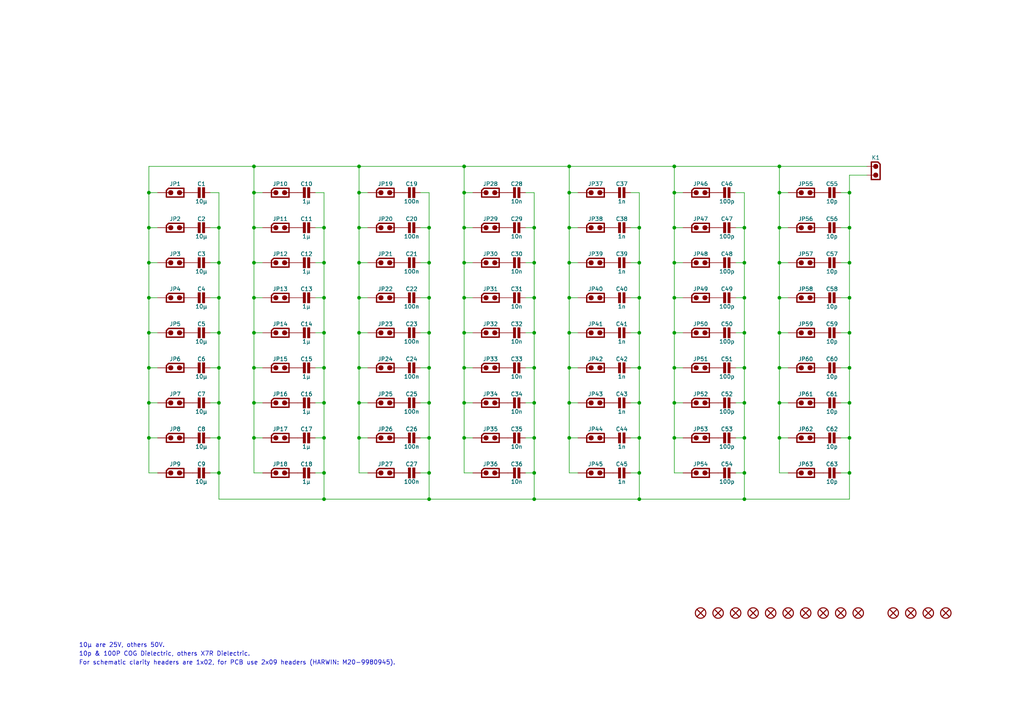
<source format=kicad_sch>
(kicad_sch (version 20230121) (generator eeschema)
  (paper "A4")
  (title_block (title "Capacitors Board") (date "01/2022") (rev "A"))
  (junction (at 246.38 76.2))
  (junction (at 73.66 66.04))
  (junction (at 185.42 137.16))
  (junction (at 124.46 86.36))
  (junction (at 195.58 116.84))
  (junction (at 154.94 144.78))
  (junction (at 185.42 144.78))
  (junction (at 134.62 66.04))
  (junction (at 134.62 48.26))
  (junction (at 185.42 66.04))
  (junction (at 165.1 127))
  (junction (at 134.62 106.68))
  (junction (at 104.14 106.68))
  (junction (at 134.62 127))
  (junction (at 63.5 66.04))
  (junction (at 43.18 116.84))
  (junction (at 93.98 116.84))
  (junction (at 63.5 116.84))
  (junction (at 63.5 86.36))
  (junction (at 165.1 106.68))
  (junction (at 215.9 116.84))
  (junction (at 93.98 66.04))
  (junction (at 246.38 127))
  (junction (at 104.14 66.04))
  (junction (at 246.38 106.68))
  (junction (at 185.42 127))
  (junction (at 43.18 76.2))
  (junction (at 246.38 86.36))
  (junction (at 215.9 76.2))
  (junction (at 154.94 66.04))
  (junction (at 43.18 127))
  (junction (at 124.46 66.04))
  (junction (at 185.42 96.52))
  (junction (at 93.98 76.2))
  (junction (at 154.94 127))
  (junction (at 124.46 106.68))
  (junction (at 124.46 144.78))
  (junction (at 154.94 116.84))
  (junction (at 93.98 86.36))
  (junction (at 154.94 106.68))
  (junction (at 63.5 127))
  (junction (at 93.98 137.16))
  (junction (at 124.46 116.84))
  (junction (at 246.38 55.88))
  (junction (at 104.14 116.84))
  (junction (at 63.5 137.16))
  (junction (at 195.58 76.2))
  (junction (at 215.9 96.52))
  (junction (at 195.58 66.04))
  (junction (at 165.1 86.36))
  (junction (at 215.9 144.78))
  (junction (at 165.1 96.52))
  (junction (at 165.1 55.88))
  (junction (at 73.66 86.36))
  (junction (at 154.94 96.52))
  (junction (at 124.46 127))
  (junction (at 215.9 66.04))
  (junction (at 134.62 116.84))
  (junction (at 104.14 96.52))
  (junction (at 93.98 127))
  (junction (at 246.38 116.84))
  (junction (at 226.06 48.26))
  (junction (at 104.14 86.36))
  (junction (at 43.18 106.68))
  (junction (at 73.66 76.2))
  (junction (at 73.66 106.68))
  (junction (at 104.14 55.88))
  (junction (at 195.58 55.88))
  (junction (at 93.98 106.68))
  (junction (at 73.66 96.52))
  (junction (at 185.42 76.2))
  (junction (at 226.06 76.2))
  (junction (at 154.94 76.2))
  (junction (at 134.62 86.36))
  (junction (at 73.66 116.84))
  (junction (at 165.1 116.84))
  (junction (at 215.9 106.68))
  (junction (at 124.46 76.2))
  (junction (at 124.46 96.52))
  (junction (at 63.5 76.2))
  (junction (at 165.1 66.04))
  (junction (at 226.06 66.04))
  (junction (at 185.42 116.84))
  (junction (at 246.38 66.04))
  (junction (at 195.58 86.36))
  (junction (at 124.46 137.16))
  (junction (at 215.9 86.36))
  (junction (at 226.06 96.52))
  (junction (at 195.58 96.52))
  (junction (at 226.06 127))
  (junction (at 246.38 96.52))
  (junction (at 73.66 127))
  (junction (at 226.06 106.68))
  (junction (at 154.94 86.36))
  (junction (at 104.14 48.26))
  (junction (at 43.18 96.52))
  (junction (at 73.66 48.26))
  (junction (at 226.06 116.84))
  (junction (at 165.1 76.2))
  (junction (at 93.98 96.52))
  (junction (at 63.5 96.52))
  (junction (at 63.5 106.68))
  (junction (at 104.14 76.2))
  (junction (at 246.38 137.16))
  (junction (at 195.58 48.26))
  (junction (at 43.18 55.88))
  (junction (at 185.42 106.68))
  (junction (at 215.9 137.16))
  (junction (at 73.66 55.88))
  (junction (at 104.14 127))
  (junction (at 134.62 76.2))
  (junction (at 93.98 144.78))
  (junction (at 195.58 127))
  (junction (at 226.06 55.88))
  (junction (at 43.18 66.04))
  (junction (at 154.94 137.16))
  (junction (at 185.42 86.36))
  (junction (at 215.9 127))
  (junction (at 134.62 96.52))
  (junction (at 195.58 106.68))
  (junction (at 43.18 86.36))
  (junction (at 165.1 48.26))
  (junction (at 226.06 86.36))
  (junction (at 134.62 55.88))
  (wire (pts (xy 213.36 106.68) (xy 215.9 106.68)))
  (wire (pts (xy 134.62 55.88) (xy 137.16 55.88)))
  (wire (pts (xy 226.06 86.36) (xy 226.06 96.52)))
  (wire (pts (xy 121.92 106.68) (xy 124.46 106.68)))
  (wire (pts (xy 124.46 66.04) (xy 124.46 76.2)))
  (wire (pts (xy 124.46 116.84) (xy 124.46 127)))
  (wire (pts (xy 104.14 66.04) (xy 104.14 76.2)))
  (wire (pts (xy 215.9 116.84) (xy 215.9 127)))
  (wire (pts (xy 121.92 116.84) (xy 124.46 116.84)))
  (wire (pts (xy 154.94 127) (xy 154.94 137.16)))
  (wire (pts (xy 93.98 127) (xy 93.98 137.16)))
  (wire (pts (xy 165.1 96.52) (xy 167.64 96.52)))
  (wire (pts (xy 226.06 76.2) (xy 226.06 86.36)))
  (wire (pts (xy 195.58 48.26) (xy 195.58 55.88)))
  (wire (pts (xy 63.5 137.16) (xy 63.5 127)))
  (wire (pts (xy 246.38 127) (xy 246.38 116.84)))
  (wire (pts (xy 91.44 137.16) (xy 93.98 137.16)))
  (wire (pts (xy 91.44 96.52) (xy 93.98 96.52)))
  (wire (pts (xy 134.62 76.2) (xy 137.16 76.2)))
  (wire (pts (xy 93.98 137.16) (xy 93.98 144.78)))
  (wire (pts (xy 93.98 144.78) (xy 124.46 144.78)))
  (wire (pts (xy 124.46 144.78) (xy 154.94 144.78)))
  (wire (pts (xy 154.94 144.78) (xy 185.42 144.78)))
  (wire (pts (xy 185.42 144.78) (xy 215.9 144.78)))
  (wire (pts (xy 73.66 137.16) (xy 76.2 137.16)))
  (wire (pts (xy 185.42 55.88) (xy 185.42 66.04)))
  (wire (pts (xy 73.66 116.84) (xy 73.66 127)))
  (wire (pts (xy 73.66 127) (xy 73.66 137.16)))
  (wire (pts (xy 73.66 48.26) (xy 104.14 48.26)))
  (wire (pts (xy 63.5 86.36) (xy 63.5 76.2)))
  (wire (pts (xy 154.94 137.16) (xy 154.94 144.78)))
  (wire (pts (xy 91.44 127) (xy 93.98 127)))
  (wire (pts (xy 195.58 86.36) (xy 198.12 86.36)))
  (wire (pts (xy 104.14 55.88) (xy 104.14 66.04)))
  (wire (pts (xy 73.66 127) (xy 76.2 127)))
  (wire (pts (xy 63.5 144.78) (xy 63.5 137.16)))
  (wire (pts (xy 63.5 55.88) (xy 60.96 55.88)))
  (wire (pts (xy 243.84 137.16) (xy 246.38 137.16)))
  (wire (pts (xy 195.58 137.16) (xy 198.12 137.16)))
  (wire (pts (xy 60.96 106.68) (xy 63.5 106.68)))
  (wire (pts (xy 73.66 76.2) (xy 76.2 76.2)))
  (wire (pts (xy 226.06 76.2) (xy 228.6 76.2)))
  (wire (pts (xy 213.36 66.04) (xy 215.9 66.04)))
  (wire (pts (xy 215.9 66.04) (xy 215.9 55.88)))
  (wire (pts (xy 226.06 106.68) (xy 226.06 116.84)))
  (wire (pts (xy 185.42 66.04) (xy 185.42 76.2)))
  (wire (pts (xy 165.1 48.26) (xy 195.58 48.26)))
  (wire (pts (xy 43.18 48.26) (xy 73.66 48.26)))
  (wire (pts (xy 152.4 127) (xy 154.94 127)))
  (wire (pts (xy 60.96 127) (xy 63.5 127)))
  (wire (pts (xy 226.06 127) (xy 228.6 127)))
  (wire (pts (xy 246.38 66.04) (xy 246.38 55.88)))
  (wire (pts (xy 185.42 137.16) (xy 185.42 144.78)))
  (wire (pts (xy 182.88 66.04) (xy 185.42 66.04)))
  (wire (pts (xy 165.1 137.16) (xy 167.64 137.16)))
  (wire (pts (xy 165.1 55.88) (xy 165.1 66.04)))
  (wire (pts (xy 93.98 66.04) (xy 93.98 76.2)))
  (wire (pts (xy 182.88 96.52) (xy 185.42 96.52)))
  (wire (pts (xy 134.62 127) (xy 137.16 127)))
  (wire (pts (xy 104.14 48.26) (xy 134.62 48.26)))
  (wire (pts (xy 43.18 127) (xy 45.72 127)))
  (wire (pts (xy 165.1 127) (xy 165.1 137.16)))
  (wire (pts (xy 243.84 96.52) (xy 246.38 96.52)))
  (wire (pts (xy 73.66 96.52) (xy 76.2 96.52)))
  (wire (pts (xy 43.18 55.88) (xy 43.18 66.04)))
  (wire (pts (xy 124.46 106.68) (xy 124.46 116.84)))
  (wire (pts (xy 215.9 66.04) (xy 215.9 76.2)))
  (wire (pts (xy 165.1 116.84) (xy 165.1 127)))
  (wire (pts (xy 185.42 96.52) (xy 185.42 106.68)))
  (wire (pts (xy 182.88 55.88) (xy 185.42 55.88)))
  (wire (pts (xy 73.66 86.36) (xy 76.2 86.36)))
  (wire (pts (xy 91.44 76.2) (xy 93.98 76.2)))
  (wire (pts (xy 43.18 96.52) (xy 45.72 96.52)))
  (wire (pts (xy 63.5 76.2) (xy 63.5 66.04)))
  (wire (pts (xy 121.92 127) (xy 124.46 127)))
  (wire (pts (xy 182.88 116.84) (xy 185.42 116.84)))
  (wire (pts (xy 93.98 116.84) (xy 93.98 127)))
  (wire (pts (xy 104.14 96.52) (xy 104.14 106.68)))
  (wire (pts (xy 152.4 76.2) (xy 154.94 76.2)))
  (wire (pts (xy 104.14 106.68) (xy 104.14 116.84)))
  (wire (pts (xy 182.88 106.68) (xy 185.42 106.68)))
  (wire (pts (xy 165.1 106.68) (xy 165.1 116.84)))
  (wire (pts (xy 185.42 76.2) (xy 185.42 86.36)))
  (wire (pts (xy 43.18 55.88) (xy 45.72 55.88)))
  (wire (pts (xy 93.98 144.78) (xy 63.5 144.78)))
  (wire (pts (xy 152.4 116.84) (xy 154.94 116.84)))
  (wire (pts (xy 93.98 96.52) (xy 93.98 106.68)))
  (wire (pts (xy 104.14 76.2) (xy 106.68 76.2)))
  (wire (pts (xy 195.58 66.04) (xy 195.58 76.2)))
  (wire (pts (xy 165.1 76.2) (xy 165.1 86.36)))
  (wire (pts (xy 154.94 106.68) (xy 154.94 116.84)))
  (wire (pts (xy 243.84 127) (xy 246.38 127)))
  (wire (pts (xy 60.96 86.36) (xy 63.5 86.36)))
  (wire (pts (xy 195.58 106.68) (xy 195.58 116.84)))
  (wire (pts (xy 134.62 66.04) (xy 137.16 66.04)))
  (wire (pts (xy 124.46 96.52) (xy 124.46 106.68)))
  (wire (pts (xy 195.58 66.04) (xy 198.12 66.04)))
  (wire (pts (xy 215.9 144.78) (xy 246.38 144.78)))
  (wire (pts (xy 134.62 66.04) (xy 134.62 76.2)))
  (wire (pts (xy 152.4 137.16) (xy 154.94 137.16)))
  (wire (pts (xy 226.06 55.88) (xy 226.06 66.04)))
  (wire (pts (xy 91.44 55.88) (xy 93.98 55.88)))
  (wire (pts (xy 124.46 127) (xy 124.46 137.16)))
  (wire (pts (xy 43.18 137.16) (xy 45.72 137.16)))
  (wire (pts (xy 182.88 76.2) (xy 185.42 76.2)))
  (wire (pts (xy 104.14 86.36) (xy 104.14 96.52)))
  (wire (pts (xy 154.94 76.2) (xy 154.94 86.36)))
  (wire (pts (xy 195.58 76.2) (xy 195.58 86.36)))
  (wire (pts (xy 104.14 76.2) (xy 104.14 86.36)))
  (wire (pts (xy 243.84 76.2) (xy 246.38 76.2)))
  (wire (pts (xy 246.38 137.16) (xy 246.38 127)))
  (wire (pts (xy 43.18 127) (xy 43.18 137.16)))
  (wire (pts (xy 93.98 76.2) (xy 93.98 86.36)))
  (wire (pts (xy 134.62 106.68) (xy 134.62 116.84)))
  (wire (pts (xy 215.9 76.2) (xy 215.9 86.36)))
  (wire (pts (xy 73.66 48.26) (xy 73.66 55.88)))
  (wire (pts (xy 165.1 55.88) (xy 167.64 55.88)))
  (wire (pts (xy 195.58 48.26) (xy 226.06 48.26)))
  (wire (pts (xy 185.42 116.84) (xy 185.42 127)))
  (wire (pts (xy 213.36 137.16) (xy 215.9 137.16)))
  (wire (pts (xy 165.1 127) (xy 167.64 127)))
  (wire (pts (xy 73.66 86.36) (xy 73.66 96.52)))
  (wire (pts (xy 134.62 86.36) (xy 137.16 86.36)))
  (wire (pts (xy 43.18 106.68) (xy 43.18 116.84)))
  (wire (pts (xy 104.14 66.04) (xy 106.68 66.04)))
  (wire (pts (xy 215.9 137.16) (xy 215.9 144.78)))
  (wire (pts (xy 246.38 86.36) (xy 246.38 76.2)))
  (wire (pts (xy 165.1 86.36) (xy 165.1 96.52)))
  (wire (pts (xy 43.18 86.36) (xy 45.72 86.36)))
  (wire (pts (xy 43.18 66.04) (xy 45.72 66.04)))
  (wire (pts (xy 226.06 116.84) (xy 228.6 116.84)))
  (wire (pts (xy 63.5 66.04) (xy 63.5 55.88)))
  (wire (pts (xy 121.92 66.04) (xy 124.46 66.04)))
  (wire (pts (xy 154.94 116.84) (xy 154.94 127)))
  (wire (pts (xy 73.66 55.88) (xy 73.66 66.04)))
  (wire (pts (xy 134.62 48.26) (xy 165.1 48.26)))
  (wire (pts (xy 134.62 96.52) (xy 134.62 106.68)))
  (wire (pts (xy 195.58 127) (xy 195.58 137.16)))
  (wire (pts (xy 60.96 76.2) (xy 63.5 76.2)))
  (wire (pts (xy 154.94 66.04) (xy 154.94 76.2)))
  (wire (pts (xy 226.06 66.04) (xy 226.06 76.2)))
  (wire (pts (xy 165.1 96.52) (xy 165.1 106.68)))
  (wire (pts (xy 124.46 76.2) (xy 124.46 86.36)))
  (wire (pts (xy 195.58 86.36) (xy 195.58 96.52)))
  (wire (pts (xy 104.14 137.16) (xy 106.68 137.16)))
  (wire (pts (xy 134.62 137.16) (xy 137.16 137.16)))
  (wire (pts (xy 104.14 116.84) (xy 106.68 116.84)))
  (wire (pts (xy 215.9 127) (xy 215.9 137.16)))
  (wire (pts (xy 195.58 96.52) (xy 195.58 106.68)))
  (wire (pts (xy 73.66 116.84) (xy 76.2 116.84)))
  (wire (pts (xy 226.06 96.52) (xy 226.06 106.68)))
  (wire (pts (xy 63.5 116.84) (xy 63.5 106.68)))
  (wire (pts (xy 93.98 106.68) (xy 93.98 116.84)))
  (wire (pts (xy 104.14 96.52) (xy 106.68 96.52)))
  (wire (pts (xy 226.06 106.68) (xy 228.6 106.68)))
  (wire (pts (xy 63.5 127) (xy 63.5 116.84)))
  (wire (pts (xy 213.36 55.88) (xy 215.9 55.88)))
  (wire (pts (xy 104.14 127) (xy 106.68 127)))
  (wire (pts (xy 195.58 55.88) (xy 198.12 55.88)))
  (wire (pts (xy 213.36 116.84) (xy 215.9 116.84)))
  (wire (pts (xy 73.66 106.68) (xy 73.66 116.84)))
  (wire (pts (xy 134.62 96.52) (xy 137.16 96.52)))
  (wire (pts (xy 165.1 76.2) (xy 167.64 76.2)))
  (wire (pts (xy 195.58 127) (xy 198.12 127)))
  (wire (pts (xy 73.66 55.88) (xy 76.2 55.88)))
  (wire (pts (xy 182.88 127) (xy 185.42 127)))
  (wire (pts (xy 246.38 144.78) (xy 246.38 137.16)))
  (wire (pts (xy 43.18 116.84) (xy 45.72 116.84)))
  (wire (pts (xy 124.46 137.16) (xy 124.46 144.78)))
  (wire (pts (xy 43.18 116.84) (xy 43.18 127)))
  (wire (pts (xy 93.98 55.88) (xy 93.98 66.04)))
  (wire (pts (xy 152.4 106.68) (xy 154.94 106.68)))
  (wire (pts (xy 165.1 86.36) (xy 167.64 86.36)))
  (wire (pts (xy 226.06 96.52) (xy 228.6 96.52)))
  (wire (pts (xy 43.18 86.36) (xy 43.18 96.52)))
  (wire (pts (xy 165.1 66.04) (xy 167.64 66.04)))
  (wire (pts (xy 215.9 96.52) (xy 215.9 106.68)))
  (wire (pts (xy 121.92 76.2) (xy 124.46 76.2)))
  (wire (pts (xy 182.88 86.36) (xy 185.42 86.36)))
  (wire (pts (xy 213.36 127) (xy 215.9 127)))
  (wire (pts (xy 134.62 127) (xy 134.62 137.16)))
  (wire (pts (xy 165.1 106.68) (xy 167.64 106.68)))
  (wire (pts (xy 60.96 66.04) (xy 63.5 66.04)))
  (wire (pts (xy 152.4 96.52) (xy 154.94 96.52)))
  (wire (pts (xy 246.38 116.84) (xy 246.38 106.68)))
  (wire (pts (xy 243.84 86.36) (xy 246.38 86.36)))
  (wire (pts (xy 226.06 48.26) (xy 251.46 48.26)))
  (wire (pts (xy 93.98 86.36) (xy 93.98 96.52)))
  (wire (pts (xy 243.84 55.88) (xy 246.38 55.88)))
  (wire (pts (xy 165.1 66.04) (xy 165.1 76.2)))
  (wire (pts (xy 246.38 106.68) (xy 246.38 96.52)))
  (wire (pts (xy 195.58 106.68) (xy 198.12 106.68)))
  (wire (pts (xy 60.96 137.16) (xy 63.5 137.16)))
  (wire (pts (xy 182.88 137.16) (xy 185.42 137.16)))
  (wire (pts (xy 215.9 86.36) (xy 215.9 96.52)))
  (wire (pts (xy 246.38 55.88) (xy 246.38 50.8)))
  (wire (pts (xy 73.66 66.04) (xy 76.2 66.04)))
  (wire (pts (xy 213.36 76.2) (xy 215.9 76.2)))
  (wire (pts (xy 134.62 55.88) (xy 134.62 66.04)))
  (wire (pts (xy 91.44 116.84) (xy 93.98 116.84)))
  (wire (pts (xy 154.94 96.52) (xy 154.94 106.68)))
  (wire (pts (xy 185.42 86.36) (xy 185.42 96.52)))
  (wire (pts (xy 91.44 86.36) (xy 93.98 86.36)))
  (wire (pts (xy 63.5 106.68) (xy 63.5 96.52)))
  (wire (pts (xy 243.84 106.68) (xy 246.38 106.68)))
  (wire (pts (xy 43.18 76.2) (xy 45.72 76.2)))
  (wire (pts (xy 43.18 76.2) (xy 43.18 86.36)))
  (wire (pts (xy 152.4 86.36) (xy 154.94 86.36)))
  (wire (pts (xy 215.9 106.68) (xy 215.9 116.84)))
  (wire (pts (xy 121.92 55.88) (xy 124.46 55.88)))
  (wire (pts (xy 124.46 55.88) (xy 124.46 66.04)))
  (wire (pts (xy 134.62 86.36) (xy 134.62 96.52)))
  (wire (pts (xy 226.06 127) (xy 226.06 137.16)))
  (wire (pts (xy 104.14 55.88) (xy 106.68 55.88)))
  (wire (pts (xy 134.62 76.2) (xy 134.62 86.36)))
  (wire (pts (xy 246.38 50.8) (xy 251.46 50.8)))
  (wire (pts (xy 213.36 96.52) (xy 215.9 96.52)))
  (wire (pts (xy 195.58 55.88) (xy 195.58 66.04)))
  (wire (pts (xy 134.62 116.84) (xy 134.62 127)))
  (wire (pts (xy 43.18 48.26) (xy 43.18 55.88)))
  (wire (pts (xy 165.1 48.26) (xy 165.1 55.88)))
  (wire (pts (xy 104.14 48.26) (xy 104.14 55.88)))
  (wire (pts (xy 226.06 86.36) (xy 228.6 86.36)))
  (wire (pts (xy 243.84 116.84) (xy 246.38 116.84)))
  (wire (pts (xy 73.66 96.52) (xy 73.66 106.68)))
  (wire (pts (xy 226.06 48.26) (xy 226.06 55.88)))
  (wire (pts (xy 165.1 116.84) (xy 167.64 116.84)))
  (wire (pts (xy 104.14 86.36) (xy 106.68 86.36)))
  (wire (pts (xy 43.18 106.68) (xy 45.72 106.68)))
  (wire (pts (xy 226.06 66.04) (xy 228.6 66.04)))
  (wire (pts (xy 243.84 66.04) (xy 246.38 66.04)))
  (wire (pts (xy 213.36 86.36) (xy 215.9 86.36)))
  (wire (pts (xy 195.58 116.84) (xy 195.58 127)))
  (wire (pts (xy 91.44 66.04) (xy 93.98 66.04)))
  (wire (pts (xy 73.66 76.2) (xy 73.66 86.36)))
  (wire (pts (xy 134.62 106.68) (xy 137.16 106.68)))
  (wire (pts (xy 195.58 96.52) (xy 198.12 96.52)))
  (wire (pts (xy 43.18 96.52) (xy 43.18 106.68)))
  (wire (pts (xy 185.42 106.68) (xy 185.42 116.84)))
  (wire (pts (xy 185.42 127) (xy 185.42 137.16)))
  (wire (pts (xy 60.96 116.84) (xy 63.5 116.84)))
  (wire (pts (xy 60.96 96.52) (xy 63.5 96.52)))
  (wire (pts (xy 226.06 137.16) (xy 228.6 137.16)))
  (wire (pts (xy 226.06 116.84) (xy 226.06 127)))
  (wire (pts (xy 154.94 55.88) (xy 154.94 66.04)))
  (wire (pts (xy 63.5 96.52) (xy 63.5 86.36)))
  (wire (pts (xy 246.38 76.2) (xy 246.38 66.04)))
  (wire (pts (xy 124.46 86.36) (xy 124.46 96.52)))
  (wire (pts (xy 134.62 116.84) (xy 137.16 116.84)))
  (wire (pts (xy 246.38 96.52) (xy 246.38 86.36)))
  (wire (pts (xy 134.62 48.26) (xy 134.62 55.88)))
  (wire (pts (xy 104.14 106.68) (xy 106.68 106.68)))
  (wire (pts (xy 152.4 55.88) (xy 154.94 55.88)))
  (wire (pts (xy 195.58 76.2) (xy 198.12 76.2)))
  (wire (pts (xy 43.18 66.04) (xy 43.18 76.2)))
  (wire (pts (xy 121.92 86.36) (xy 124.46 86.36)))
  (wire (pts (xy 104.14 116.84) (xy 104.14 127)))
  (wire (pts (xy 121.92 137.16) (xy 124.46 137.16)))
  (wire (pts (xy 154.94 86.36) (xy 154.94 96.52)))
  (wire (pts (xy 195.58 116.84) (xy 198.12 116.84)))
  (wire (pts (xy 91.44 106.68) (xy 93.98 106.68)))
  (wire (pts (xy 104.14 127) (xy 104.14 137.16)))
  (wire (pts (xy 152.4 66.04) (xy 154.94 66.04)))
  (wire (pts (xy 121.92 96.52) (xy 124.46 96.52)))
  (wire (pts (xy 226.06 55.88) (xy 228.6 55.88)))
  (wire (pts (xy 73.66 66.04) (xy 73.66 76.2)))
  (wire (pts (xy 73.66 106.68) (xy 76.2 106.68)))
  (text "10µ are 25V, others 50V." (at 22.86 187.96 0) (effects (font (size 1.27 1.27)) (justify left bottom)))
  (text "For schematic clarity headers are 1x02, for PCB use 2x09 headers (HARWIN: M20-9980945)." (at 22.86 193.04 0) (effects (font (size 1.27 1.27)) (justify left bottom)))
  (text "10p & 100P COG Dielectric, others X7R Dielectric." (at 22.86 190.5 0) (effects (font (size 1.27 1.27)) (justify left bottom)))
  (symbol (lib_id "tronixio:CAPACITOR-1206-1U-50V-5P-X7R") (at 88.9 86.36 90) (unit 1)
    (property "Reference" "C13" (at 88.9 83.82 90) (effects (font (size 1.15 1.15))))
    (property "Value" "1µ" (at 88.9 88.9 90) (effects (font (size 1.15 1.15))))
    (property "Footprint" "tronixio:CAPACITOR-SMD-1206" (effects hide))
    (property "Mouser" "80-C1206C105J5" (effects hide))
    (property "Voltage" "50V" (effects hide))
    (property "Tolerance" "5%" (effects hide))
  )
  (symbol (lib_id "tronixio:HARWIN-254-M-1X02-JUMPER-VERTICAL") (at 203.2 106.68 90) (unit 1)
    (property "Reference" "JP51" (at 203.2 104.14 90) (effects (font (size 1.15 1.15))))
    (property "Value" "HARWIN-254-M-1X02-JUMPER-VERTICAL" (effects hide))
    (property "Footprint" "tronixio:HARWIN-M20-999024x" (effects hide))
    (property "Datasheet" "https://www.harwin.com/products/M20-9990246/" (effects hide))
    (property "Mouser" "855-M20-999024" (effects hide))
  )
  (symbol (lib_id "tronixio:CAPACITOR-1206-100P-50V-5P-COG") (at 210.82 76.2 90) (unit 1)
    (property "Reference" "C48" (at 210.82 73.66 90) (effects (font (size 1.15 1.15))))
    (property "Value" "100p" (at 210.82 78.74 90) (effects (font (size 1.15 1.15))))
    (property "Footprint" "tronixio:CAPACITOR-SMD-1206" (effects hide))
    (property "Mouser" "80-C1206C101J5G" (effects hide))
    (property "Voltage" "50V" (effects hide))
    (property "Tolerance" "5%" (effects hide))
  )
  (symbol (lib_id "tronixio:HARWIN-254-M-1X02-JUMPER-VERTICAL") (at 142.24 86.36 90) (unit 1)
    (property "Reference" "JP31" (at 142.24 83.82 90) (effects (font (size 1.15 1.15))))
    (property "Value" "HARWIN-254-M-1X02-JUMPER-VERTICAL" (effects hide))
    (property "Footprint" "tronixio:HARWIN-M20-999024x" (effects hide))
    (property "Datasheet" "https://www.harwin.com/products/M20-9990246/" (effects hide))
    (property "Mouser" "855-M20-999024" (effects hide))
  )
  (symbol (lib_id "tronixio:CAPACITOR-1206-1N-50V-5P-X7R") (at 180.34 96.52 90) (unit 1)
    (property "Reference" "C41" (at 180.34 93.98 90) (effects (font (size 1.15 1.15))))
    (property "Value" "1n" (at 180.34 99.06 90) (effects (font (size 1.15 1.15))))
    (property "Footprint" "tronixio:CAPACITOR-SMD-1206" (effects hide))
    (property "Mouser" "C1206C102J5R" (effects hide))
    (property "Voltage" "50V" (effects hide))
    (property "Tolerance" "5%" (effects hide))
  )
  (symbol (lib_id "tronixio:CAPACITOR-1206-10P-50V-5P-COG") (at 241.3 137.16 90) (unit 1)
    (property "Reference" "C63" (at 241.3 134.62 90) (effects (font (size 1.15 1.15))))
    (property "Value" "10p" (at 241.3 139.7 90) (effects (font (size 1.15 1.15))))
    (property "Footprint" "tronixio:CAPACITOR-SMD-1206" (effects hide))
    (property "Mouser" "80-C1206C100J5G" (effects hide))
    (property "Voltage" "50V" (effects hide))
    (property "Tolerance" "5%" (effects hide))
  )
  (symbol (lib_id "tronixio:CAPACITOR-1206-10U-25V-5P-X7R") (at 58.42 127 90) (unit 1)
    (property "Reference" "C8" (at 58.42 124.46 90) (effects (font (size 1.15 1.15))))
    (property "Value" "10µ" (at 58.42 129.54 90) (effects (font (size 1.15 1.15))))
    (property "Footprint" "tronixio:CAPACITOR-SMD-1206" (effects hide))
    (property "Voltage" "25V" (effects hide))
    (property "Tolerance" "5%" (effects hide))
    (property "Mouser" "80-C1206C106J3R" (effects hide))
  )
  (symbol (lib_id "tronixio:HARWIN-254-M-1X02-JUMPER-VERTICAL") (at 172.72 86.36 90) (unit 1)
    (property "Reference" "JP40" (at 172.72 83.82 90) (effects (font (size 1.15 1.15))))
    (property "Value" "HARWIN-254-M-1X02-JUMPER-VERTICAL" (effects hide))
    (property "Footprint" "tronixio:HARWIN-M20-999024x" (effects hide))
    (property "Datasheet" "https://www.harwin.com/products/M20-9990246/" (effects hide))
    (property "Mouser" "855-M20-999024" (effects hide))
  )
  (symbol (lib_id "tronixio:CAPACITOR-1206-10U-25V-5P-X7R") (at 58.42 55.88 90) (unit 1)
    (property "Reference" "C1" (at 58.42 53.34 90) (effects (font (size 1.15 1.15))))
    (property "Value" "10µ" (at 58.42 58.42 90) (effects (font (size 1.15 1.15))))
    (property "Footprint" "tronixio:CAPACITOR-SMD-1206" (effects hide))
    (property "Voltage" "25V" (effects hide))
    (property "Tolerance" "5%" (effects hide))
    (property "Mouser" "80-C1206C106J3R" (effects hide))
  )
  (symbol (lib_id "tronixio:CAPACITOR-1206-100N-50V-5P-X7R") (at 119.38 106.68 90) (unit 1)
    (property "Reference" "C24" (at 119.38 104.14 90) (effects (font (size 1.15 1.15))))
    (property "Value" "100n" (at 119.38 109.22 90) (effects (font (size 1.15 1.15))))
    (property "Footprint" "tronixio:CAPACITOR-SMD-1206" (effects hide))
    (property "Mouser" "80-C1206C104J5R" (effects hide))
    (property "Voltage" "50V" (effects hide))
    (property "Tolerance" "5%" (effects hide))
  )
  (symbol (lib_id "tronixio:HARWIN-JUMPER-0254-14MM-BLACK") (at 218.44 177.8 0) (unit 1)
    (property "Reference" "JP67" (effects hide))
    (property "Value" "HARWIN-JUMPER-0254-14MM-BLACK" (effects hide))
    (property "Footprint" "tronixio:HARWIN-M20-7680-7683" (effects hide))
    (property "Datasheet" "https://cdn.harwin.com/pdfs/M7680-M7683.pdf" (effects hide))
    (property "Mouser" "855-M7682" (effects hide))
  )
  (symbol (lib_id "tronixio:CAPACITOR-1206-100P-50V-5P-COG") (at 210.82 106.68 90) (unit 1)
    (property "Reference" "C51" (at 210.82 104.14 90) (effects (font (size 1.15 1.15))))
    (property "Value" "100p" (at 210.82 109.22 90) (effects (font (size 1.15 1.15))))
    (property "Footprint" "tronixio:CAPACITOR-SMD-1206" (effects hide))
    (property "Mouser" "80-C1206C101J5G" (effects hide))
    (property "Voltage" "50V" (effects hide))
    (property "Tolerance" "5%" (effects hide))
  )
  (symbol (lib_id "tronixio:HARWIN-254-M-1X02-JUMPER-VERTICAL") (at 142.24 137.16 90) (unit 1)
    (property "Reference" "JP36" (at 142.24 134.62 90) (effects (font (size 1.15 1.15))))
    (property "Value" "HARWIN-254-M-1X02-JUMPER-VERTICAL" (effects hide))
    (property "Footprint" "tronixio:HARWIN-M20-999024x" (effects hide))
    (property "Datasheet" "https://www.harwin.com/products/M20-9990246/" (effects hide))
    (property "Mouser" "855-M20-999024" (effects hide))
  )
  (symbol (lib_id "tronixio:CAPACITOR-1206-10N-50V-5P-X7R") (at 149.86 66.04 90) (unit 1)
    (property "Reference" "C29" (at 149.86 63.5 90) (effects (font (size 1.15 1.15))))
    (property "Value" "10n" (at 149.86 68.58 90) (effects (font (size 1.15 1.15))))
    (property "Footprint" "tronixio:CAPACITOR-SMD-1206" (effects hide))
    (property "Mouser" "80-C1206C103J5R" (effects hide))
    (property "Voltage" "50V" (effects hide))
    (property "Tolerance" "5%" (effects hide))
  )
  (symbol (lib_id "tronixio:HARWIN-254-M-1X02-JUMPER-VERTICAL") (at 172.72 127 90) (unit 1)
    (property "Reference" "JP44" (at 172.72 124.46 90) (effects (font (size 1.15 1.15))))
    (property "Value" "HARWIN-254-M-1X02-JUMPER-VERTICAL" (effects hide))
    (property "Footprint" "tronixio:HARWIN-M20-999024x" (effects hide))
    (property "Datasheet" "https://www.harwin.com/products/M20-9990246/" (effects hide))
    (property "Mouser" "855-M20-999024" (effects hide))
  )
  (symbol (lib_id "tronixio:HARWIN-254-M-1X02-JUMPER-VERTICAL") (at 142.24 96.52 90) (unit 1)
    (property "Reference" "JP32" (at 142.24 93.98 90) (effects (font (size 1.15 1.15))))
    (property "Value" "HARWIN-254-M-1X02-JUMPER-VERTICAL" (effects hide))
    (property "Footprint" "tronixio:HARWIN-M20-999024x" (effects hide))
    (property "Datasheet" "https://www.harwin.com/products/M20-9990246/" (effects hide))
    (property "Mouser" "855-M20-999024" (effects hide))
  )
  (symbol (lib_id "tronixio:CAPACITOR-1206-100P-50V-5P-COG") (at 210.82 86.36 90) (unit 1)
    (property "Reference" "C49" (at 210.82 83.82 90) (effects (font (size 1.15 1.15))))
    (property "Value" "100p" (at 210.82 88.9 90) (effects (font (size 1.15 1.15))))
    (property "Footprint" "tronixio:CAPACITOR-SMD-1206" (effects hide))
    (property "Mouser" "80-C1206C101J5G" (effects hide))
    (property "Voltage" "50V" (effects hide))
    (property "Tolerance" "5%" (effects hide))
  )
  (symbol (lib_id "tronixio:HARWIN-254-M-1X02-JUMPER-VERTICAL") (at 203.2 55.88 90) (unit 1)
    (property "Reference" "JP46" (at 203.2 53.34 90) (effects (font (size 1.15 1.15))))
    (property "Value" "HARWIN-254-M-1X02-JUMPER-VERTICAL" (effects hide))
    (property "Footprint" "tronixio:HARWIN-M20-999024x" (effects hide))
    (property "Datasheet" "https://www.harwin.com/products/M20-9990246/" (effects hide))
    (property "Mouser" "855-M20-999024" (effects hide))
  )
  (symbol (lib_id "tronixio:CAPACITOR-1206-10P-50V-5P-COG") (at 241.3 96.52 90) (unit 1)
    (property "Reference" "C59" (at 241.3 93.98 90) (effects (font (size 1.15 1.15))))
    (property "Value" "10p" (at 241.3 99.06 90) (effects (font (size 1.15 1.15))))
    (property "Footprint" "tronixio:CAPACITOR-SMD-1206" (effects hide))
    (property "Mouser" "80-C1206C100J5G" (effects hide))
    (property "Voltage" "50V" (effects hide))
    (property "Tolerance" "5%" (effects hide))
  )
  (symbol (lib_id "tronixio:HARWIN-254-M-1X02-JUMPER-VERTICAL") (at 142.24 116.84 90) (unit 1)
    (property "Reference" "JP34" (at 142.24 114.3 90) (effects (font (size 1.15 1.15))))
    (property "Value" "HARWIN-254-M-1X02-JUMPER-VERTICAL" (effects hide))
    (property "Footprint" "tronixio:HARWIN-M20-999024x" (effects hide))
    (property "Datasheet" "https://www.harwin.com/products/M20-9990246/" (effects hide))
    (property "Mouser" "855-M20-999024" (effects hide))
  )
  (symbol (lib_id "tronixio:HARWIN-254-M-1X02-JUMPER-VERTICAL") (at 111.76 66.04 90) (unit 1)
    (property "Reference" "JP20" (at 111.76 63.5 90) (effects (font (size 1.15 1.15))))
    (property "Value" "HARWIN-254-M-1X02-JUMPER-VERTICAL" (effects hide))
    (property "Footprint" "tronixio:HARWIN-M20-999024x" (effects hide))
    (property "Datasheet" "https://www.harwin.com/products/M20-9990246/" (effects hide))
    (property "Mouser" "855-M20-999024" (effects hide))
  )
  (symbol (lib_id "tronixio:HARWIN-254-M-1X02-JUMPER-VERTICAL") (at 172.72 66.04 90) (unit 1)
    (property "Reference" "JP38" (at 172.72 63.5 90) (effects (font (size 1.15 1.15))))
    (property "Value" "HARWIN-254-M-1X02-JUMPER-VERTICAL" (effects hide))
    (property "Footprint" "tronixio:HARWIN-M20-999024x" (effects hide))
    (property "Datasheet" "https://www.harwin.com/products/M20-9990246/" (effects hide))
    (property "Mouser" "855-M20-999024" (effects hide))
  )
  (symbol (lib_id "tronixio:HARWIN-254-M-1X02-JUMPER-VERTICAL") (at 172.72 55.88 90) (unit 1)
    (property "Reference" "JP37" (at 172.72 53.34 90) (effects (font (size 1.15 1.15))))
    (property "Value" "HARWIN-254-M-1X02-JUMPER-VERTICAL" (effects hide))
    (property "Footprint" "tronixio:HARWIN-M20-999024x" (effects hide))
    (property "Datasheet" "https://www.harwin.com/products/M20-9990246/" (effects hide))
    (property "Mouser" "855-M20-999024" (effects hide))
  )
  (symbol (lib_id "tronixio:HARWIN-254-M-1X02-JUMPER-VERTICAL") (at 233.68 137.16 90) (unit 1)
    (property "Reference" "JP63" (at 233.68 134.62 90) (effects (font (size 1.15 1.15))))
    (property "Value" "HARWIN-254-M-1X02-JUMPER-VERTICAL" (effects hide))
    (property "Footprint" "tronixio:HARWIN-M20-999024x" (effects hide))
    (property "Datasheet" "https://www.harwin.com/products/M20-9990246/" (effects hide))
    (property "Mouser" "855-M20-999024" (effects hide))
  )
  (symbol (lib_id "tronixio:HARWIN-254-M-1X02-JUMPER-VERTICAL") (at 111.76 96.52 90) (unit 1)
    (property "Reference" "JP23" (at 111.76 93.98 90) (effects (font (size 1.15 1.15))))
    (property "Value" "HARWIN-254-M-1X02-JUMPER-VERTICAL" (effects hide))
    (property "Footprint" "tronixio:HARWIN-M20-999024x" (effects hide))
    (property "Datasheet" "https://www.harwin.com/products/M20-9990246/" (effects hide))
    (property "Mouser" "855-M20-999024" (effects hide))
  )
  (symbol (lib_id "tronixio:CAPACITOR-1206-1N-50V-5P-X7R") (at 180.34 137.16 90) (unit 1)
    (property "Reference" "C45" (at 180.34 134.62 90) (effects (font (size 1.15 1.15))))
    (property "Value" "1n" (at 180.34 139.7 90) (effects (font (size 1.15 1.15))))
    (property "Footprint" "tronixio:CAPACITOR-SMD-1206" (effects hide))
    (property "Mouser" "C1206C102J5R" (effects hide))
    (property "Voltage" "50V" (effects hide))
    (property "Tolerance" "5%" (effects hide))
  )
  (symbol (lib_id "tronixio:CAPACITOR-1206-1N-50V-5P-X7R") (at 180.34 66.04 90) (unit 1)
    (property "Reference" "C38" (at 180.34 63.5 90) (effects (font (size 1.15 1.15))))
    (property "Value" "1n" (at 180.34 68.58 90) (effects (font (size 1.15 1.15))))
    (property "Footprint" "tronixio:CAPACITOR-SMD-1206" (effects hide))
    (property "Mouser" "C1206C102J5R" (effects hide))
    (property "Voltage" "50V" (effects hide))
    (property "Tolerance" "5%" (effects hide))
  )
  (symbol (lib_id "tronixio:CAPACITOR-1206-10P-50V-5P-COG") (at 241.3 86.36 90) (unit 1)
    (property "Reference" "C58" (at 241.3 83.82 90) (effects (font (size 1.15 1.15))))
    (property "Value" "10p" (at 241.3 88.9 90) (effects (font (size 1.15 1.15))))
    (property "Footprint" "tronixio:CAPACITOR-SMD-1206" (effects hide))
    (property "Mouser" "80-C1206C100J5G" (effects hide))
    (property "Voltage" "50V" (effects hide))
    (property "Tolerance" "5%" (effects hide))
  )
  (symbol (lib_id "tronixio:HARWIN-254-M-1X02-JUMPER-VERTICAL") (at 111.76 127 90) (unit 1)
    (property "Reference" "JP26" (at 111.76 124.46 90) (effects (font (size 1.15 1.15))))
    (property "Value" "HARWIN-254-M-1X02-JUMPER-VERTICAL" (effects hide))
    (property "Footprint" "tronixio:HARWIN-M20-999024x" (effects hide))
    (property "Datasheet" "https://www.harwin.com/products/M20-9990246/" (effects hide))
    (property "Mouser" "855-M20-999024" (effects hide))
  )
  (symbol (lib_id "tronixio:CAPACITOR-1206-10P-50V-5P-COG") (at 241.3 55.88 90) (unit 1)
    (property "Reference" "C55" (at 241.3 53.34 90) (effects (font (size 1.15 1.15))))
    (property "Value" "10p" (at 241.3 58.42 90) (effects (font (size 1.15 1.15))))
    (property "Footprint" "tronixio:CAPACITOR-SMD-1206" (effects hide))
    (property "Mouser" "80-C1206C100J5G" (effects hide))
    (property "Voltage" "50V" (effects hide))
    (property "Tolerance" "5%" (effects hide))
  )
  (symbol (lib_id "tronixio:HARWIN-254-M-1X02-JUMPER-VERTICAL") (at 142.24 66.04 90) (unit 1)
    (property "Reference" "JP29" (at 142.24 63.5 90) (effects (font (size 1.15 1.15))))
    (property "Value" "HARWIN-254-M-1X02-JUMPER-VERTICAL" (effects hide))
    (property "Footprint" "tronixio:HARWIN-M20-999024x" (effects hide))
    (property "Datasheet" "https://www.harwin.com/products/M20-9990246/" (effects hide))
    (property "Mouser" "855-M20-999024" (effects hide))
  )
  (symbol (lib_id "tronixio:CAPACITOR-1206-10N-50V-5P-X7R") (at 149.86 96.52 90) (unit 1)
    (property "Reference" "C32" (at 149.86 93.98 90) (effects (font (size 1.15 1.15))))
    (property "Value" "10n" (at 149.86 99.06 90) (effects (font (size 1.15 1.15))))
    (property "Footprint" "tronixio:CAPACITOR-SMD-1206" (effects hide))
    (property "Mouser" "80-C1206C103J5R" (effects hide))
    (property "Voltage" "50V" (effects hide))
    (property "Tolerance" "5%" (effects hide))
  )
  (symbol (lib_id "tronixio:HARWIN-254-M-1X02-JUMPER-VERTICAL") (at 172.72 137.16 90) (unit 1)
    (property "Reference" "JP45" (at 172.72 134.62 90) (effects (font (size 1.15 1.15))))
    (property "Value" "HARWIN-254-M-1X02-JUMPER-VERTICAL" (effects hide))
    (property "Footprint" "tronixio:HARWIN-M20-999024x" (effects hide))
    (property "Datasheet" "https://www.harwin.com/products/M20-9990246/" (effects hide))
    (property "Mouser" "855-M20-999024" (effects hide))
  )
  (symbol (lib_id "tronixio:HARWIN-254-M-1X02-JUMPER-VERTICAL") (at 81.28 116.84 90) (unit 1)
    (property "Reference" "JP16" (at 81.28 114.3 90) (effects (font (size 1.15 1.15))))
    (property "Value" "HARWIN-254-M-1X02-JUMPER-VERTICAL" (effects hide))
    (property "Footprint" "tronixio:HARWIN-M20-999024x" (effects hide))
    (property "Datasheet" "https://www.harwin.com/products/M20-9990246/" (effects hide))
    (property "Mouser" "855-M20-999024" (effects hide))
  )
  (symbol (lib_id "tronixio:CAPACITOR-1206-100N-50V-5P-X7R") (at 119.38 127 90) (unit 1)
    (property "Reference" "C26" (at 119.38 124.46 90) (effects (font (size 1.15 1.15))))
    (property "Value" "100n" (at 119.38 129.54 90) (effects (font (size 1.15 1.15))))
    (property "Footprint" "tronixio:CAPACITOR-SMD-1206" (effects hide))
    (property "Mouser" "80-C1206C104J5R" (effects hide))
    (property "Voltage" "50V" (effects hide))
    (property "Tolerance" "5%" (effects hide))
  )
  (symbol (lib_id "tronixio:HARWIN-254-M-1X02-JUMPER-VERTICAL") (at 233.68 127 90) (unit 1)
    (property "Reference" "JP62" (at 233.68 124.46 90) (effects (font (size 1.15 1.15))))
    (property "Value" "HARWIN-254-M-1X02-JUMPER-VERTICAL" (effects hide))
    (property "Footprint" "tronixio:HARWIN-M20-999024x" (effects hide))
    (property "Datasheet" "https://www.harwin.com/products/M20-9990246/" (effects hide))
    (property "Mouser" "855-M20-999024" (effects hide))
  )
  (symbol (lib_id "tronixio:HARWIN-254-M-1X02-JUMPER-VERTICAL") (at 142.24 76.2 90) (unit 1)
    (property "Reference" "JP30" (at 142.24 73.66 90) (effects (font (size 1.15 1.15))))
    (property "Value" "HARWIN-254-M-1X02-JUMPER-VERTICAL" (effects hide))
    (property "Footprint" "tronixio:HARWIN-M20-999024x" (effects hide))
    (property "Datasheet" "https://www.harwin.com/products/M20-9990246/" (effects hide))
    (property "Mouser" "855-M20-999024" (effects hide))
  )
  (symbol (lib_id "tronixio:CAPACITOR-1206-1U-50V-5P-X7R") (at 88.9 96.52 90) (unit 1)
    (property "Reference" "C14" (at 88.9 93.98 90) (effects (font (size 1.15 1.15))))
    (property "Value" "1µ" (at 88.9 99.06 90) (effects (font (size 1.15 1.15))))
    (property "Footprint" "tronixio:CAPACITOR-SMD-1206" (effects hide))
    (property "Mouser" "80-C1206C105J5" (effects hide))
    (property "Voltage" "50V" (effects hide))
    (property "Tolerance" "5%" (effects hide))
  )
  (symbol (lib_id "tronixio:HARWIN-254-M-1X02-JUMPER-VERTICAL") (at 111.76 76.2 90) (unit 1)
    (property "Reference" "JP21" (at 111.76 73.66 90) (effects (font (size 1.15 1.15))))
    (property "Value" "HARWIN-254-M-1X02-JUMPER-VERTICAL" (effects hide))
    (property "Footprint" "tronixio:HARWIN-M20-999024x" (effects hide))
    (property "Datasheet" "https://www.harwin.com/products/M20-9990246/" (effects hide))
    (property "Mouser" "855-M20-999024" (effects hide))
  )
  (symbol (lib_id "tronixio:HARWIN-254-M-1X02-JUMPER-VERTICAL") (at 142.24 55.88 90) (unit 1)
    (property "Reference" "JP28" (at 142.24 53.34 90) (effects (font (size 1.15 1.15))))
    (property "Value" "HARWIN-254-M-1X02-JUMPER-VERTICAL" (effects hide))
    (property "Footprint" "tronixio:HARWIN-M20-999024x" (effects hide))
    (property "Datasheet" "https://www.harwin.com/products/M20-9990246/" (effects hide))
    (property "Mouser" "855-M20-999024" (effects hide))
  )
  (symbol (lib_id "tronixio:KEYSTONE-9056") (at 259.08 177.8 0) (unit 1)
    (property "Reference" "H1" (effects hide))
    (property "Value" "KEYSTONE-9056" (effects hide))
    (property "Footprint" "tronixio:KEYSTONE-9056" (effects hide))
    (property "Datasheet" "https://www.keyelco.com/product-pdf.cfm?p=9757" (effects hide))
    (property "Mouser" "534-9056" (effects hide))
  )
  (symbol (lib_id "tronixio:CAPACITOR-1206-10N-50V-5P-X7R") (at 149.86 127 90) (unit 1)
    (property "Reference" "C35" (at 149.86 124.46 90) (effects (font (size 1.15 1.15))))
    (property "Value" "10n" (at 149.86 129.54 90) (effects (font (size 1.15 1.15))))
    (property "Footprint" "tronixio:CAPACITOR-SMD-1206" (effects hide))
    (property "Mouser" "80-C1206C103J5R" (effects hide))
    (property "Voltage" "50V" (effects hide))
    (property "Tolerance" "5%" (effects hide))
  )
  (symbol (lib_id "tronixio:CAPACITOR-1206-10U-25V-5P-X7R") (at 58.42 76.2 90) (unit 1)
    (property "Reference" "C3" (at 58.42 73.66 90) (effects (font (size 1.15 1.15))))
    (property "Value" "10µ" (at 58.42 78.74 90) (effects (font (size 1.15 1.15))))
    (property "Footprint" "tronixio:CAPACITOR-SMD-1206" (effects hide))
    (property "Voltage" "25V" (effects hide))
    (property "Tolerance" "5%" (effects hide))
    (property "Mouser" "80-C1206C106J3R" (effects hide))
  )
  (symbol (lib_id "tronixio:CAPACITOR-1206-10U-25V-5P-X7R") (at 58.42 106.68 90) (unit 1)
    (property "Reference" "C6" (at 58.42 104.14 90) (effects (font (size 1.15 1.15))))
    (property "Value" "10µ" (at 58.42 109.22 90) (effects (font (size 1.15 1.15))))
    (property "Footprint" "tronixio:CAPACITOR-SMD-1206" (effects hide))
    (property "Voltage" "25V" (effects hide))
    (property "Tolerance" "5%" (effects hide))
    (property "Mouser" "80-C1206C106J3R" (effects hide))
  )
  (symbol (lib_id "tronixio:HARWIN-JUMPER-0254-14MM-BLACK") (at 208.28 177.8 0) (unit 1)
    (property "Reference" "JP65" (effects hide))
    (property "Value" "HARWIN-JUMPER-0254-14MM-BLACK" (effects hide))
    (property "Footprint" "tronixio:HARWIN-M20-7680-7683" (effects hide))
    (property "Datasheet" "https://cdn.harwin.com/pdfs/M7680-M7683.pdf" (effects hide))
    (property "Mouser" "855-M7682" (effects hide))
  )
  (symbol (lib_id "tronixio:CAPACITOR-1206-10P-50V-5P-COG") (at 241.3 106.68 90) (unit 1)
    (property "Reference" "C60" (at 241.3 104.14 90) (effects (font (size 1.15 1.15))))
    (property "Value" "10p" (at 241.3 109.22 90) (effects (font (size 1.15 1.15))))
    (property "Footprint" "tronixio:CAPACITOR-SMD-1206" (effects hide))
    (property "Mouser" "80-C1206C100J5G" (effects hide))
    (property "Voltage" "50V" (effects hide))
    (property "Tolerance" "5%" (effects hide))
  )
  (symbol (lib_id "tronixio:HARWIN-254-M-1X02-JUMPER-VERTICAL") (at 203.2 116.84 90) (unit 1)
    (property "Reference" "JP52" (at 203.2 114.3 90) (effects (font (size 1.15 1.15))))
    (property "Value" "HARWIN-254-M-1X02-JUMPER-VERTICAL" (effects hide))
    (property "Footprint" "tronixio:HARWIN-M20-999024x" (effects hide))
    (property "Datasheet" "https://www.harwin.com/products/M20-9990246/" (effects hide))
    (property "Mouser" "855-M20-999024" (effects hide))
  )
  (symbol (lib_id "tronixio:HARWIN-JUMPER-0254-14MM-BLACK") (at 203.2 177.8 0) (unit 1)
    (property "Reference" "JP64" (effects hide))
    (property "Value" "HARWIN-JUMPER-0254-14MM-BLACK" (effects hide))
    (property "Footprint" "tronixio:HARWIN-M20-7680-7683" (effects hide))
    (property "Datasheet" "https://cdn.harwin.com/pdfs/M7680-M7683.pdf" (effects hide))
    (property "Mouser" "855-M7682" (effects hide))
  )
  (symbol (lib_id "tronixio:CAPACITOR-1206-1N-50V-5P-X7R") (at 180.34 106.68 90) (unit 1)
    (property "Reference" "C42" (at 180.34 104.14 90) (effects (font (size 1.15 1.15))))
    (property "Value" "1n" (at 180.34 109.22 90) (effects (font (size 1.15 1.15))))
    (property "Footprint" "tronixio:CAPACITOR-SMD-1206" (effects hide))
    (property "Mouser" "C1206C102J5R" (effects hide))
    (property "Voltage" "50V" (effects hide))
    (property "Tolerance" "5%" (effects hide))
  )
  (symbol (lib_id "tronixio:CAPACITOR-1206-1N-50V-5P-X7R") (at 180.34 86.36 90) (unit 1)
    (property "Reference" "C40" (at 180.34 83.82 90) (effects (font (size 1.15 1.15))))
    (property "Value" "1n" (at 180.34 88.9 90) (effects (font (size 1.15 1.15))))
    (property "Footprint" "tronixio:CAPACITOR-SMD-1206" (effects hide))
    (property "Mouser" "C1206C102J5R" (effects hide))
    (property "Voltage" "50V" (effects hide))
    (property "Tolerance" "5%" (effects hide))
  )
  (symbol (lib_id "tronixio:CAPACITOR-1206-1N-50V-5P-X7R") (at 180.34 127 90) (unit 1)
    (property "Reference" "C44" (at 180.34 124.46 90) (effects (font (size 1.15 1.15))))
    (property "Value" "1n" (at 180.34 129.54 90) (effects (font (size 1.15 1.15))))
    (property "Footprint" "tronixio:CAPACITOR-SMD-1206" (effects hide))
    (property "Mouser" "C1206C102J5R" (effects hide))
    (property "Voltage" "50V" (effects hide))
    (property "Tolerance" "5%" (effects hide))
  )
  (symbol (lib_id "tronixio:HARWIN-254-M-1X02-JUMPER-VERTICAL") (at 50.8 96.52 90) (unit 1)
    (property "Reference" "JP5" (at 50.8 93.98 90) (effects (font (size 1.15 1.15))))
    (property "Value" "HARWIN-254-M-1X02-JUMPER-VERTICAL" (effects hide))
    (property "Footprint" "tronixio:HARWIN-M20-999024x" (effects hide))
    (property "Datasheet" "https://www.harwin.com/products/M20-9990246/" (effects hide))
    (property "Mouser" "855-M20-999024" (effects hide))
  )
  (symbol (lib_id "tronixio:HARWIN-254-M-1X02-JUMPER-VERTICAL") (at 172.72 76.2 90) (unit 1)
    (property "Reference" "JP39" (at 172.72 73.66 90) (effects (font (size 1.15 1.15))))
    (property "Value" "HARWIN-254-M-1X02-JUMPER-VERTICAL" (effects hide))
    (property "Footprint" "tronixio:HARWIN-M20-999024x" (effects hide))
    (property "Datasheet" "https://www.harwin.com/products/M20-9990246/" (effects hide))
    (property "Mouser" "855-M20-999024" (effects hide))
  )
  (symbol (lib_id "tronixio:HARWIN-254-M-1X02-JUMPER-VERTICAL") (at 50.8 66.04 90) (unit 1)
    (property "Reference" "JP2" (at 50.8 63.5 90) (effects (font (size 1.15 1.15))))
    (property "Value" "HARWIN-254-M-1X02-JUMPER-VERTICAL" (effects hide))
    (property "Footprint" "tronixio:HARWIN-M20-999024x" (effects hide))
    (property "Datasheet" "https://www.harwin.com/products/M20-9990246/" (effects hide))
    (property "Mouser" "855-M20-999024" (effects hide))
  )
  (symbol (lib_id "tronixio:CAPACITOR-1206-1U-50V-5P-X7R") (at 88.9 106.68 90) (unit 1)
    (property "Reference" "C15" (at 88.9 104.14 90) (effects (font (size 1.15 1.15))))
    (property "Value" "1µ" (at 88.9 109.22 90) (effects (font (size 1.15 1.15))))
    (property "Footprint" "tronixio:CAPACITOR-SMD-1206" (effects hide))
    (property "Mouser" "80-C1206C105J5" (effects hide))
    (property "Voltage" "50V" (effects hide))
    (property "Tolerance" "5%" (effects hide))
  )
  (symbol (lib_id "tronixio:HARWIN-254-M-1X02-JUMPER-VERTICAL") (at 50.8 86.36 90) (unit 1)
    (property "Reference" "JP4" (at 50.8 83.82 90) (effects (font (size 1.15 1.15))))
    (property "Value" "HARWIN-254-M-1X02-JUMPER-VERTICAL" (effects hide))
    (property "Footprint" "tronixio:HARWIN-M20-999024x" (effects hide))
    (property "Datasheet" "https://www.harwin.com/products/M20-9990246/" (effects hide))
    (property "Mouser" "855-M20-999024" (effects hide))
  )
  (symbol (lib_id "tronixio:CAPACITOR-1206-1U-50V-5P-X7R") (at 88.9 137.16 90) (unit 1)
    (property "Reference" "C18" (at 88.9 134.62 90) (effects (font (size 1.15 1.15))))
    (property "Value" "1µ" (at 88.9 139.7 90) (effects (font (size 1.15 1.15))))
    (property "Footprint" "tronixio:CAPACITOR-SMD-1206" (effects hide))
    (property "Mouser" "80-C1206C105J5" (effects hide))
    (property "Voltage" "50V" (effects hide))
    (property "Tolerance" "5%" (effects hide))
  )
  (symbol (lib_id "tronixio:HARWIN-JUMPER-0254-14MM-BLACK") (at 233.68 177.8 0) (unit 1)
    (property "Reference" "JP70" (effects hide))
    (property "Value" "HARWIN-JUMPER-0254-14MM-BLACK" (effects hide))
    (property "Footprint" "tronixio:HARWIN-M20-7680-7683" (effects hide))
    (property "Datasheet" "https://cdn.harwin.com/pdfs/M7680-M7683.pdf" (effects hide))
    (property "Mouser" "855-M7682" (effects hide))
  )
  (symbol (lib_id "tronixio:CAPACITOR-1206-100N-50V-5P-X7R") (at 119.38 116.84 90) (unit 1)
    (property "Reference" "C25" (at 119.38 114.3 90) (effects (font (size 1.15 1.15))))
    (property "Value" "100n" (at 119.38 119.38 90) (effects (font (size 1.15 1.15))))
    (property "Footprint" "tronixio:CAPACITOR-SMD-1206" (effects hide))
    (property "Mouser" "80-C1206C104J5R" (effects hide))
    (property "Voltage" "50V" (effects hide))
    (property "Tolerance" "5%" (effects hide))
  )
  (symbol (lib_id "tronixio:CAPACITOR-1206-10N-50V-5P-X7R") (at 149.86 76.2 90) (unit 1)
    (property "Reference" "C30" (at 149.86 73.66 90) (effects (font (size 1.15 1.15))))
    (property "Value" "10n" (at 149.86 78.74 90) (effects (font (size 1.15 1.15))))
    (property "Footprint" "tronixio:CAPACITOR-SMD-1206" (effects hide))
    (property "Mouser" "80-C1206C103J5R" (effects hide))
    (property "Voltage" "50V" (effects hide))
    (property "Tolerance" "5%" (effects hide))
  )
  (symbol (lib_id "tronixio:CAPACITOR-1206-100P-50V-5P-COG") (at 210.82 55.88 90) (unit 1)
    (property "Reference" "C46" (at 210.82 53.34 90) (effects (font (size 1.15 1.15))))
    (property "Value" "100p" (at 210.82 58.42 90) (effects (font (size 1.15 1.15))))
    (property "Footprint" "tronixio:CAPACITOR-SMD-1206" (effects hide))
    (property "Mouser" "80-C1206C101J5G" (effects hide))
    (property "Voltage" "50V" (effects hide))
    (property "Tolerance" "5%" (effects hide))
  )
  (symbol (lib_id "tronixio:HARWIN-254-M-1X02-JUMPER-VERTICAL") (at 111.76 137.16 90) (unit 1)
    (property "Reference" "JP27" (at 111.76 134.62 90) (effects (font (size 1.15 1.15))))
    (property "Value" "HARWIN-254-M-1X02-JUMPER-VERTICAL" (effects hide))
    (property "Footprint" "tronixio:HARWIN-M20-999024x" (effects hide))
    (property "Datasheet" "https://www.harwin.com/products/M20-9990246/" (effects hide))
    (property "Mouser" "855-M20-999024" (effects hide))
  )
  (symbol (lib_id "tronixio:HARWIN-254-M-1X02-JUMPER-VERTICAL") (at 233.68 96.52 90) (unit 1)
    (property "Reference" "JP59" (at 233.68 93.98 90) (effects (font (size 1.15 1.15))))
    (property "Value" "HARWIN-254-M-1X02-JUMPER-VERTICAL" (effects hide))
    (property "Footprint" "tronixio:HARWIN-M20-999024x" (effects hide))
    (property "Datasheet" "https://www.harwin.com/products/M20-9990246/" (effects hide))
    (property "Mouser" "855-M20-999024" (effects hide))
  )
  (symbol (lib_id "tronixio:HARWIN-254-M-1X02-VERTICAL") (at 254 48.26 0) (unit 1)
    (property "Reference" "K1" (at 254 45.72 0) (effects (font (size 1.15 1.15))))
    (property "Value" "Capacitor" (effects hide))
    (property "Footprint" "tronixio:HARWIN-M20-999024x" (effects hide))
    (property "Datasheet" "https://www.harwin.com/products/M20-9990246/" (effects hide))
    (property "Mouser" "855-M20-999024" (effects hide))
  )
  (symbol (lib_id "tronixio:CAPACITOR-1206-100N-50V-5P-X7R") (at 119.38 137.16 90) (unit 1)
    (property "Reference" "C27" (at 119.38 134.62 90) (effects (font (size 1.15 1.15))))
    (property "Value" "100n" (at 119.38 139.7 90) (effects (font (size 1.15 1.15))))
    (property "Footprint" "tronixio:CAPACITOR-SMD-1206" (effects hide))
    (property "Mouser" "80-C1206C104J5R" (effects hide))
    (property "Voltage" "50V" (effects hide))
    (property "Tolerance" "5%" (effects hide))
  )
  (symbol (lib_id "tronixio:HARWIN-254-M-1X02-JUMPER-VERTICAL") (at 81.28 96.52 90) (unit 1)
    (property "Reference" "JP14" (at 81.28 93.98 90) (effects (font (size 1.15 1.15))))
    (property "Value" "HARWIN-254-M-1X02-JUMPER-VERTICAL" (effects hide))
    (property "Footprint" "tronixio:HARWIN-M20-999024x" (effects hide))
    (property "Datasheet" "https://www.harwin.com/products/M20-9990246/" (effects hide))
    (property "Mouser" "855-M20-999024" (effects hide))
  )
  (symbol (lib_id "tronixio:HARWIN-254-M-1X02-JUMPER-VERTICAL") (at 81.28 66.04 90) (unit 1)
    (property "Reference" "JP11" (at 81.28 63.5 90) (effects (font (size 1.15 1.15))))
    (property "Value" "HARWIN-254-M-1X02-JUMPER-VERTICAL" (effects hide))
    (property "Footprint" "tronixio:HARWIN-M20-999024x" (effects hide))
    (property "Datasheet" "https://www.harwin.com/products/M20-9990246/" (effects hide))
    (property "Mouser" "855-M20-999024" (effects hide))
  )
  (symbol (lib_id "tronixio:HARWIN-254-M-1X02-JUMPER-VERTICAL") (at 172.72 106.68 90) (unit 1)
    (property "Reference" "JP42" (at 172.72 104.14 90) (effects (font (size 1.15 1.15))))
    (property "Value" "HARWIN-254-M-1X02-JUMPER-VERTICAL" (effects hide))
    (property "Footprint" "tronixio:HARWIN-M20-999024x" (effects hide))
    (property "Datasheet" "https://www.harwin.com/products/M20-9990246/" (effects hide))
    (property "Mouser" "855-M20-999024" (effects hide))
  )
  (symbol (lib_id "tronixio:HARWIN-254-M-1X02-JUMPER-VERTICAL") (at 203.2 137.16 90) (unit 1)
    (property "Reference" "JP54" (at 203.2 134.62 90) (effects (font (size 1.15 1.15))))
    (property "Value" "HARWIN-254-M-1X02-JUMPER-VERTICAL" (effects hide))
    (property "Footprint" "tronixio:HARWIN-M20-999024x" (effects hide))
    (property "Datasheet" "https://www.harwin.com/products/M20-9990246/" (effects hide))
    (property "Mouser" "855-M20-999024" (effects hide))
  )
  (symbol (lib_id "tronixio:CAPACITOR-1206-100N-50V-5P-X7R") (at 119.38 76.2 90) (unit 1)
    (property "Reference" "C21" (at 119.38 73.66 90) (effects (font (size 1.15 1.15))))
    (property "Value" "100n" (at 119.38 78.74 90) (effects (font (size 1.15 1.15))))
    (property "Footprint" "tronixio:CAPACITOR-SMD-1206" (effects hide))
    (property "Mouser" "80-C1206C104J5R" (effects hide))
    (property "Voltage" "50V" (effects hide))
    (property "Tolerance" "5%" (effects hide))
  )
  (symbol (lib_id "tronixio:HARWIN-254-M-1X02-JUMPER-VERTICAL") (at 142.24 127 90) (unit 1)
    (property "Reference" "JP35" (at 142.24 124.46 90) (effects (font (size 1.15 1.15))))
    (property "Value" "HARWIN-254-M-1X02-JUMPER-VERTICAL" (effects hide))
    (property "Footprint" "tronixio:HARWIN-M20-999024x" (effects hide))
    (property "Datasheet" "https://www.harwin.com/products/M20-9990246/" (effects hide))
    (property "Mouser" "855-M20-999024" (effects hide))
  )
  (symbol (lib_id "tronixio:CAPACITOR-1206-1N-50V-5P-X7R") (at 180.34 76.2 90) (unit 1)
    (property "Reference" "C39" (at 180.34 73.66 90) (effects (font (size 1.15 1.15))))
    (property "Value" "1n" (at 180.34 78.74 90) (effects (font (size 1.15 1.15))))
    (property "Footprint" "tronixio:CAPACITOR-SMD-1206" (effects hide))
    (property "Mouser" "C1206C102J5R" (effects hide))
    (property "Voltage" "50V" (effects hide))
    (property "Tolerance" "5%" (effects hide))
  )
  (symbol (lib_id "tronixio:HARWIN-254-M-1X02-JUMPER-VERTICAL") (at 50.8 55.88 90) (unit 1)
    (property "Reference" "JP1" (at 50.8 53.34 90) (effects (font (size 1.15 1.15))))
    (property "Value" "HARWIN-254-M-1X02-JUMPER-VERTICAL" (effects hide))
    (property "Footprint" "tronixio:HARWIN-M20-999024x" (effects hide))
    (property "Datasheet" "https://www.harwin.com/products/M20-9990246/" (effects hide))
    (property "Mouser" "855-M20-999024" (effects hide))
  )
  (symbol (lib_id "tronixio:CAPACITOR-1206-1U-50V-5P-X7R") (at 88.9 116.84 90) (unit 1)
    (property "Reference" "C16" (at 88.9 114.3 90) (effects (font (size 1.15 1.15))))
    (property "Value" "1µ" (at 88.9 119.38 90) (effects (font (size 1.15 1.15))))
    (property "Footprint" "tronixio:CAPACITOR-SMD-1206" (effects hide))
    (property "Mouser" "80-C1206C105J5" (effects hide))
    (property "Voltage" "50V" (effects hide))
    (property "Tolerance" "5%" (effects hide))
  )
  (symbol (lib_id "tronixio:KEYSTONE-9056") (at 274.32 177.8 0) (unit 1)
    (property "Reference" "H4" (effects hide))
    (property "Value" "KEYSTONE-9056" (effects hide))
    (property "Footprint" "tronixio:KEYSTONE-9056" (effects hide))
    (property "Datasheet" "https://www.keyelco.com/product-pdf.cfm?p=9757" (effects hide))
    (property "Mouser" "534-9056" (effects hide))
  )
  (symbol (lib_id "tronixio:HARWIN-254-M-1X02-JUMPER-VERTICAL") (at 111.76 106.68 90) (unit 1)
    (property "Reference" "JP24" (at 111.76 104.14 90) (effects (font (size 1.15 1.15))))
    (property "Value" "HARWIN-254-M-1X02-JUMPER-VERTICAL" (effects hide))
    (property "Footprint" "tronixio:HARWIN-M20-999024x" (effects hide))
    (property "Datasheet" "https://www.harwin.com/products/M20-9990246/" (effects hide))
    (property "Mouser" "855-M20-999024" (effects hide))
  )
  (symbol (lib_id "tronixio:HARWIN-254-M-1X02-JUMPER-VERTICAL") (at 203.2 86.36 90) (unit 1)
    (property "Reference" "JP49" (at 203.2 83.82 90) (effects (font (size 1.15 1.15))))
    (property "Value" "HARWIN-254-M-1X02-JUMPER-VERTICAL" (effects hide))
    (property "Footprint" "tronixio:HARWIN-M20-999024x" (effects hide))
    (property "Datasheet" "https://www.harwin.com/products/M20-9990246/" (effects hide))
    (property "Mouser" "855-M20-999024" (effects hide))
  )
  (symbol (lib_id "tronixio:KEYSTONE-9056") (at 269.24 177.8 0) (unit 1)
    (property "Reference" "H3" (effects hide))
    (property "Value" "KEYSTONE-9056" (effects hide))
    (property "Footprint" "tronixio:KEYSTONE-9056" (effects hide))
    (property "Datasheet" "https://www.keyelco.com/product-pdf.cfm?p=9757" (effects hide))
    (property "Mouser" "534-9056" (effects hide))
  )
  (symbol (lib_id "tronixio:HARWIN-254-M-1X02-JUMPER-VERTICAL") (at 50.8 137.16 90) (unit 1)
    (property "Reference" "JP9" (at 50.8 134.62 90) (effects (font (size 1.15 1.15))))
    (property "Value" "HARWIN-254-M-1X02-JUMPER-VERTICAL" (effects hide))
    (property "Footprint" "tronixio:HARWIN-M20-999024x" (effects hide))
    (property "Datasheet" "https://www.harwin.com/products/M20-9990246/" (effects hide))
    (property "Mouser" "855-M20-999024" (effects hide))
  )
  (symbol (lib_id "tronixio:CAPACITOR-1206-10U-25V-5P-X7R") (at 58.42 137.16 90) (unit 1)
    (property "Reference" "C9" (at 58.42 134.62 90) (effects (font (size 1.15 1.15))))
    (property "Value" "10µ" (at 58.42 139.7 90) (effects (font (size 1.15 1.15))))
    (property "Footprint" "tronixio:CAPACITOR-SMD-1206" (effects hide))
    (property "Voltage" "25V" (effects hide))
    (property "Tolerance" "5%" (effects hide))
    (property "Mouser" "80-C1206C106J3R" (effects hide))
  )
  (symbol (lib_id "tronixio:HARWIN-JUMPER-0254-14MM-BLACK") (at 213.36 177.8 0) (unit 1)
    (property "Reference" "JP66" (effects hide))
    (property "Value" "HARWIN-JUMPER-0254-14MM-BLACK" (effects hide))
    (property "Footprint" "tronixio:HARWIN-M20-7680-7683" (effects hide))
    (property "Datasheet" "https://cdn.harwin.com/pdfs/M7680-M7683.pdf" (effects hide))
    (property "Mouser" "855-M7682" (effects hide))
  )
  (symbol (lib_id "tronixio:CAPACITOR-1206-1U-50V-5P-X7R") (at 88.9 66.04 90) (unit 1)
    (property "Reference" "C11" (at 88.9 63.5 90) (effects (font (size 1.15 1.15))))
    (property "Value" "1µ" (at 88.9 68.58 90) (effects (font (size 1.15 1.15))))
    (property "Footprint" "tronixio:CAPACITOR-SMD-1206" (effects hide))
    (property "Mouser" "80-C1206C105J5" (effects hide))
    (property "Voltage" "50V" (effects hide))
    (property "Tolerance" "5%" (effects hide))
  )
  (symbol (lib_id "tronixio:HARWIN-254-M-1X02-JUMPER-VERTICAL") (at 111.76 55.88 90) (unit 1)
    (property "Reference" "JP19" (at 111.76 53.34 90) (effects (font (size 1.15 1.15))))
    (property "Value" "HARWIN-254-M-1X02-JUMPER-VERTICAL" (effects hide))
    (property "Footprint" "tronixio:HARWIN-M20-999024x" (effects hide))
    (property "Datasheet" "https://www.harwin.com/products/M20-9990246/" (effects hide))
    (property "Mouser" "855-M20-999024" (effects hide))
  )
  (symbol (lib_id "tronixio:CAPACITOR-1206-1N-50V-5P-X7R") (at 180.34 116.84 90) (unit 1)
    (property "Reference" "C43" (at 180.34 114.3 90) (effects (font (size 1.15 1.15))))
    (property "Value" "1n" (at 180.34 119.38 90) (effects (font (size 1.15 1.15))))
    (property "Footprint" "tronixio:CAPACITOR-SMD-1206" (effects hide))
    (property "Mouser" "C1206C102J5R" (effects hide))
    (property "Voltage" "50V" (effects hide))
    (property "Tolerance" "5%" (effects hide))
  )
  (symbol (lib_id "tronixio:CAPACITOR-1206-100P-50V-5P-COG") (at 210.82 96.52 90) (unit 1)
    (property "Reference" "C50" (at 210.82 93.98 90) (effects (font (size 1.15 1.15))))
    (property "Value" "100p" (at 210.82 99.06 90) (effects (font (size 1.15 1.15))))
    (property "Footprint" "tronixio:CAPACITOR-SMD-1206" (effects hide))
    (property "Mouser" "80-C1206C101J5G" (effects hide))
    (property "Voltage" "50V" (effects hide))
    (property "Tolerance" "5%" (effects hide))
  )
  (symbol (lib_id "tronixio:HARWIN-254-M-1X02-JUMPER-VERTICAL") (at 233.68 55.88 90) (unit 1)
    (property "Reference" "JP55" (at 233.68 53.34 90) (effects (font (size 1.15 1.15))))
    (property "Value" "HARWIN-254-M-1X02-JUMPER-VERTICAL" (effects hide))
    (property "Footprint" "tronixio:HARWIN-M20-999024x" (effects hide))
    (property "Datasheet" "https://www.harwin.com/products/M20-9990246/" (effects hide))
    (property "Mouser" "855-M20-999024" (effects hide))
  )
  (symbol (lib_id "tronixio:CAPACITOR-1206-100N-50V-5P-X7R") (at 119.38 96.52 90) (unit 1)
    (property "Reference" "C23" (at 119.38 93.98 90) (effects (font (size 1.15 1.15))))
    (property "Value" "100n" (at 119.38 99.06 90) (effects (font (size 1.15 1.15))))
    (property "Footprint" "tronixio:CAPACITOR-SMD-1206" (effects hide))
    (property "Mouser" "80-C1206C104J5R" (effects hide))
    (property "Voltage" "50V" (effects hide))
    (property "Tolerance" "5%" (effects hide))
  )
  (symbol (lib_id "tronixio:HARWIN-254-M-1X02-JUMPER-VERTICAL") (at 81.28 86.36 90) (unit 1)
    (property "Reference" "JP13" (at 81.28 83.82 90) (effects (font (size 1.15 1.15))))
    (property "Value" "HARWIN-254-M-1X02-JUMPER-VERTICAL" (effects hide))
    (property "Footprint" "tronixio:HARWIN-M20-999024x" (effects hide))
    (property "Datasheet" "https://www.harwin.com/products/M20-9990246/" (effects hide))
    (property "Mouser" "855-M20-999024" (effects hide))
  )
  (symbol (lib_id "tronixio:HARWIN-254-M-1X02-JUMPER-VERTICAL") (at 142.24 106.68 90) (unit 1)
    (property "Reference" "JP33" (at 142.24 104.14 90) (effects (font (size 1.15 1.15))))
    (property "Value" "HARWIN-254-M-1X02-JUMPER-VERTICAL" (effects hide))
    (property "Footprint" "tronixio:HARWIN-M20-999024x" (effects hide))
    (property "Datasheet" "https://www.harwin.com/products/M20-9990246/" (effects hide))
    (property "Mouser" "855-M20-999024" (effects hide))
  )
  (symbol (lib_id "tronixio:CAPACITOR-1206-10U-25V-5P-X7R") (at 58.42 86.36 90) (unit 1)
    (property "Reference" "C4" (at 58.42 83.82 90) (effects (font (size 1.15 1.15))))
    (property "Value" "10µ" (at 58.42 88.9 90) (effects (font (size 1.15 1.15))))
    (property "Footprint" "tronixio:CAPACITOR-SMD-1206" (effects hide))
    (property "Voltage" "25V" (effects hide))
    (property "Tolerance" "5%" (effects hide))
    (property "Mouser" "80-C1206C106J3R" (effects hide))
  )
  (symbol (lib_id "tronixio:HARWIN-254-M-1X02-JUMPER-VERTICAL") (at 50.8 106.68 90) (unit 1)
    (property "Reference" "JP6" (at 50.8 104.14 90) (effects (font (size 1.15 1.15))))
    (property "Value" "HARWIN-254-M-1X02-JUMPER-VERTICAL" (effects hide))
    (property "Footprint" "tronixio:HARWIN-M20-999024x" (effects hide))
    (property "Datasheet" "https://www.harwin.com/products/M20-9990246/" (effects hide))
    (property "Mouser" "855-M20-999024" (effects hide))
  )
  (symbol (lib_id "tronixio:CAPACITOR-1206-10N-50V-5P-X7R") (at 149.86 86.36 90) (unit 1)
    (property "Reference" "C31" (at 149.86 83.82 90) (effects (font (size 1.15 1.15))))
    (property "Value" "10n" (at 149.86 88.9 90) (effects (font (size 1.15 1.15))))
    (property "Footprint" "tronixio:CAPACITOR-SMD-1206" (effects hide))
    (property "Mouser" "80-C1206C103J5R" (effects hide))
    (property "Voltage" "50V" (effects hide))
    (property "Tolerance" "5%" (effects hide))
  )
  (symbol (lib_id "tronixio:CAPACITOR-1206-10U-25V-5P-X7R") (at 58.42 96.52 90) (unit 1)
    (property "Reference" "C5" (at 58.42 93.98 90) (effects (font (size 1.15 1.15))))
    (property "Value" "10µ" (at 58.42 99.06 90) (effects (font (size 1.15 1.15))))
    (property "Footprint" "tronixio:CAPACITOR-SMD-1206" (effects hide))
    (property "Voltage" "25V" (effects hide))
    (property "Tolerance" "5%" (effects hide))
    (property "Mouser" "80-C1206C106J3R" (effects hide))
  )
  (symbol (lib_id "tronixio:CAPACITOR-1206-1N-50V-5P-X7R") (at 180.34 55.88 90) (unit 1)
    (property "Reference" "C37" (at 180.34 53.34 90) (effects (font (size 1.15 1.15))))
    (property "Value" "1n" (at 180.34 58.42 90) (effects (font (size 1.15 1.15))))
    (property "Footprint" "tronixio:CAPACITOR-SMD-1206" (effects hide))
    (property "Mouser" "C1206C102J5R" (effects hide))
    (property "Voltage" "50V" (effects hide))
    (property "Tolerance" "5%" (effects hide))
  )
  (symbol (lib_id "tronixio:CAPACITOR-1206-10N-50V-5P-X7R") (at 149.86 106.68 90) (unit 1)
    (property "Reference" "C33" (at 149.86 104.14 90) (effects (font (size 1.15 1.15))))
    (property "Value" "10n" (at 149.86 109.22 90) (effects (font (size 1.15 1.15))))
    (property "Footprint" "tronixio:CAPACITOR-SMD-1206" (effects hide))
    (property "Mouser" "80-C1206C103J5R" (effects hide))
    (property "Voltage" "50V" (effects hide))
    (property "Tolerance" "5%" (effects hide))
  )
  (symbol (lib_id "tronixio:HARWIN-254-M-1X02-JUMPER-VERTICAL") (at 172.72 116.84 90) (unit 1)
    (property "Reference" "JP43" (at 172.72 114.3 90) (effects (font (size 1.15 1.15))))
    (property "Value" "HARWIN-254-M-1X02-JUMPER-VERTICAL" (effects hide))
    (property "Footprint" "tronixio:HARWIN-M20-999024x" (effects hide))
    (property "Datasheet" "https://www.harwin.com/products/M20-9990246/" (effects hide))
    (property "Mouser" "855-M20-999024" (effects hide))
  )
  (symbol (lib_id "tronixio:CAPACITOR-1206-10P-50V-5P-COG") (at 241.3 116.84 90) (unit 1)
    (property "Reference" "C61" (at 241.3 114.3 90) (effects (font (size 1.15 1.15))))
    (property "Value" "10p" (at 241.3 119.38 90) (effects (font (size 1.15 1.15))))
    (property "Footprint" "tronixio:CAPACITOR-SMD-1206" (effects hide))
    (property "Mouser" "80-C1206C100J5G" (effects hide))
    (property "Voltage" "50V" (effects hide))
    (property "Tolerance" "5%" (effects hide))
  )
  (symbol (lib_id "tronixio:HARWIN-254-M-1X02-JUMPER-VERTICAL") (at 81.28 106.68 90) (unit 1)
    (property "Reference" "JP15" (at 81.28 104.14 90) (effects (font (size 1.15 1.15))))
    (property "Value" "HARWIN-254-M-1X02-JUMPER-VERTICAL" (effects hide))
    (property "Footprint" "tronixio:HARWIN-M20-999024x" (effects hide))
    (property "Datasheet" "https://www.harwin.com/products/M20-9990246/" (effects hide))
    (property "Mouser" "855-M20-999024" (effects hide))
  )
  (symbol (lib_id "tronixio:CAPACITOR-1206-100P-50V-5P-COG") (at 210.82 137.16 90) (unit 1)
    (property "Reference" "C54" (at 210.82 134.62 90) (effects (font (size 1.15 1.15))))
    (property "Value" "100p" (at 210.82 139.7 90) (effects (font (size 1.15 1.15))))
    (property "Footprint" "tronixio:CAPACITOR-SMD-1206" (effects hide))
    (property "Mouser" "80-C1206C101J5G" (effects hide))
    (property "Voltage" "50V" (effects hide))
    (property "Tolerance" "5%" (effects hide))
  )
  (symbol (lib_id "tronixio:HARWIN-JUMPER-0254-14MM-BLACK") (at 238.76 177.8 0) (unit 1)
    (property "Reference" "JP71" (effects hide))
    (property "Value" "HARWIN-JUMPER-0254-14MM-BLACK" (effects hide))
    (property "Footprint" "tronixio:HARWIN-M20-7680-7683" (effects hide))
    (property "Datasheet" "https://cdn.harwin.com/pdfs/M7680-M7683.pdf" (effects hide))
    (property "Mouser" "855-M7682" (effects hide))
  )
  (symbol (lib_id "tronixio:HARWIN-JUMPER-0254-14MM-BLACK") (at 243.84 177.8 0) (unit 1)
    (property "Reference" "JP72" (effects hide))
    (property "Value" "HARWIN-JUMPER-0254-14MM-BLACK" (effects hide))
    (property "Footprint" "tronixio:HARWIN-M20-7680-7683" (effects hide))
    (property "Datasheet" "https://cdn.harwin.com/pdfs/M7680-M7683.pdf" (effects hide))
    (property "Mouser" "855-M7682" (effects hide))
  )
  (symbol (lib_id "tronixio:CAPACITOR-1206-10N-50V-5P-X7R") (at 149.86 137.16 90) (unit 1)
    (property "Reference" "C36" (at 149.86 134.62 90) (effects (font (size 1.15 1.15))))
    (property "Value" "10n" (at 149.86 139.7 90) (effects (font (size 1.15 1.15))))
    (property "Footprint" "tronixio:CAPACITOR-SMD-1206" (effects hide))
    (property "Mouser" "80-C1206C103J5R" (effects hide))
    (property "Voltage" "50V" (effects hide))
    (property "Tolerance" "5%" (effects hide))
  )
  (symbol (lib_id "tronixio:HARWIN-254-M-1X02-JUMPER-VERTICAL") (at 50.8 76.2 90) (unit 1)
    (property "Reference" "JP3" (at 50.8 73.66 90) (effects (font (size 1.15 1.15))))
    (property "Value" "HARWIN-254-M-1X02-JUMPER-VERTICAL" (effects hide))
    (property "Footprint" "tronixio:HARWIN-M20-999024x" (effects hide))
    (property "Datasheet" "https://www.harwin.com/products/M20-9990246/" (effects hide))
    (property "Mouser" "855-M20-999024" (effects hide))
  )
  (symbol (lib_id "tronixio:HARWIN-254-M-1X02-JUMPER-VERTICAL") (at 233.68 76.2 90) (unit 1)
    (property "Reference" "JP57" (at 233.68 73.66 90) (effects (font (size 1.15 1.15))))
    (property "Value" "HARWIN-254-M-1X02-JUMPER-VERTICAL" (effects hide))
    (property "Footprint" "tronixio:HARWIN-M20-999024x" (effects hide))
    (property "Datasheet" "https://www.harwin.com/products/M20-9990246/" (effects hide))
    (property "Mouser" "855-M20-999024" (effects hide))
  )
  (symbol (lib_id "tronixio:HARWIN-254-M-1X02-JUMPER-VERTICAL") (at 81.28 55.88 90) (unit 1)
    (property "Reference" "JP10" (at 81.28 53.34 90) (effects (font (size 1.15 1.15))))
    (property "Value" "HARWIN-254-M-1X02-JUMPER-VERTICAL" (effects hide))
    (property "Footprint" "tronixio:HARWIN-M20-999024x" (effects hide))
    (property "Datasheet" "https://www.harwin.com/products/M20-9990246/" (effects hide))
    (property "Mouser" "855-M20-999024" (effects hide))
  )
  (symbol (lib_id "tronixio:HARWIN-254-M-1X02-JUMPER-VERTICAL") (at 233.68 86.36 90) (unit 1)
    (property "Reference" "JP58" (at 233.68 83.82 90) (effects (font (size 1.15 1.15))))
    (property "Value" "HARWIN-254-M-1X02-JUMPER-VERTICAL" (effects hide))
    (property "Footprint" "tronixio:HARWIN-M20-999024x" (effects hide))
    (property "Datasheet" "https://www.harwin.com/products/M20-9990246/" (effects hide))
    (property "Mouser" "855-M20-999024" (effects hide))
  )
  (symbol (lib_id "tronixio:CAPACITOR-1206-10N-50V-5P-X7R") (at 149.86 116.84 90) (unit 1)
    (property "Reference" "C34" (at 149.86 114.3 90) (effects (font (size 1.15 1.15))))
    (property "Value" "10n" (at 149.86 119.38 90) (effects (font (size 1.15 1.15))))
    (property "Footprint" "tronixio:CAPACITOR-SMD-1206" (effects hide))
    (property "Mouser" "80-C1206C103J5R" (effects hide))
    (property "Voltage" "50V" (effects hide))
    (property "Tolerance" "5%" (effects hide))
  )
  (symbol (lib_id "tronixio:KEYSTONE-9056") (at 264.16 177.8 0) (unit 1)
    (property "Reference" "H2" (effects hide))
    (property "Value" "KEYSTONE-9056" (effects hide))
    (property "Footprint" "tronixio:KEYSTONE-9056" (effects hide))
    (property "Datasheet" "https://www.keyelco.com/product-pdf.cfm?p=9757" (effects hide))
    (property "Mouser" "534-9056" (effects hide))
  )
  (symbol (lib_id "tronixio:HARWIN-254-M-1X02-JUMPER-VERTICAL") (at 203.2 66.04 90) (unit 1)
    (property "Reference" "JP47" (at 203.2 63.5 90) (effects (font (size 1.15 1.15))))
    (property "Value" "HARWIN-254-M-1X02-JUMPER-VERTICAL" (effects hide))
    (property "Footprint" "tronixio:HARWIN-M20-999024x" (effects hide))
    (property "Datasheet" "https://www.harwin.com/products/M20-9990246/" (effects hide))
    (property "Mouser" "855-M20-999024" (effects hide))
  )
  (symbol (lib_id "tronixio:HARWIN-254-M-1X02-JUMPER-VERTICAL") (at 203.2 127 90) (unit 1)
    (property "Reference" "JP53" (at 203.2 124.46 90) (effects (font (size 1.15 1.15))))
    (property "Value" "HARWIN-254-M-1X02-JUMPER-VERTICAL" (effects hide))
    (property "Footprint" "tronixio:HARWIN-M20-999024x" (effects hide))
    (property "Datasheet" "https://www.harwin.com/products/M20-9990246/" (effects hide))
    (property "Mouser" "855-M20-999024" (effects hide))
  )
  (symbol (lib_id "tronixio:CAPACITOR-1206-10N-50V-5P-X7R") (at 149.86 55.88 90) (unit 1)
    (property "Reference" "C28" (at 149.86 53.34 90) (effects (font (size 1.15 1.15))))
    (property "Value" "10n" (at 149.86 58.42 90) (effects (font (size 1.15 1.15))))
    (property "Footprint" "tronixio:CAPACITOR-SMD-1206" (effects hide))
    (property "Mouser" "80-C1206C103J5R" (effects hide))
    (property "Voltage" "50V" (effects hide))
    (property "Tolerance" "5%" (effects hide))
  )
  (symbol (lib_id "tronixio:CAPACITOR-1206-100N-50V-5P-X7R") (at 119.38 55.88 90) (unit 1)
    (property "Reference" "C19" (at 119.38 53.34 90) (effects (font (size 1.15 1.15))))
    (property "Value" "100n" (at 119.38 58.42 90) (effects (font (size 1.15 1.15))))
    (property "Footprint" "tronixio:CAPACITOR-SMD-1206" (effects hide))
    (property "Mouser" "80-C1206C104J5R" (effects hide))
    (property "Voltage" "50V" (effects hide))
    (property "Tolerance" "5%" (effects hide))
  )
  (symbol (lib_id "tronixio:HARWIN-JUMPER-0254-14MM-BLACK") (at 228.6 177.8 0) (unit 1)
    (property "Reference" "JP69" (effects hide))
    (property "Value" "HARWIN-JUMPER-0254-14MM-BLACK" (effects hide))
    (property "Footprint" "tronixio:HARWIN-M20-7680-7683" (effects hide))
    (property "Datasheet" "https://cdn.harwin.com/pdfs/M7680-M7683.pdf" (effects hide))
    (property "Mouser" "855-M7682" (effects hide))
  )
  (symbol (lib_id "tronixio:HARWIN-254-M-1X02-JUMPER-VERTICAL") (at 233.68 106.68 90) (unit 1)
    (property "Reference" "JP60" (at 233.68 104.14 90) (effects (font (size 1.15 1.15))))
    (property "Value" "HARWIN-254-M-1X02-JUMPER-VERTICAL" (effects hide))
    (property "Footprint" "tronixio:HARWIN-M20-999024x" (effects hide))
    (property "Datasheet" "https://www.harwin.com/products/M20-9990246/" (effects hide))
    (property "Mouser" "855-M20-999024" (effects hide))
  )
  (symbol (lib_id "tronixio:HARWIN-254-M-1X02-JUMPER-VERTICAL") (at 81.28 137.16 90) (unit 1)
    (property "Reference" "JP18" (at 81.28 134.62 90) (effects (font (size 1.15 1.15))))
    (property "Value" "HARWIN-254-M-1X02-JUMPER-VERTICAL" (effects hide))
    (property "Footprint" "tronixio:HARWIN-M20-999024x" (effects hide))
    (property "Datasheet" "https://www.harwin.com/products/M20-9990246/" (effects hide))
    (property "Mouser" "855-M20-999024" (effects hide))
  )
  (symbol (lib_id "tronixio:HARWIN-JUMPER-0254-14MM-BLACK") (at 248.92 177.8 0) (unit 1)
    (property "Reference" "JP73" (effects hide))
    (property "Value" "HARWIN-JUMPER-0254-14MM-BLACK" (effects hide))
    (property "Footprint" "tronixio:HARWIN-M20-7680-7683" (effects hide))
    (property "Datasheet" "https://cdn.harwin.com/pdfs/M7680-M7683.pdf" (effects hide))
    (property "Mouser" "855-M7682" (effects hide))
  )
  (symbol (lib_id "tronixio:CAPACITOR-1206-100N-50V-5P-X7R") (at 119.38 66.04 90) (unit 1)
    (property "Reference" "C20" (at 119.38 63.5 90) (effects (font (size 1.15 1.15))))
    (property "Value" "100n" (at 119.38 68.58 90) (effects (font (size 1.15 1.15))))
    (property "Footprint" "tronixio:CAPACITOR-SMD-1206" (effects hide))
    (property "Mouser" "80-C1206C104J5R" (effects hide))
    (property "Voltage" "50V" (effects hide))
    (property "Tolerance" "5%" (effects hide))
  )
  (symbol (lib_id "tronixio:CAPACITOR-1206-10U-25V-5P-X7R") (at 58.42 116.84 90) (unit 1)
    (property "Reference" "C7" (at 58.42 114.3 90) (effects (font (size 1.15 1.15))))
    (property "Value" "10µ" (at 58.42 119.38 90) (effects (font (size 1.15 1.15))))
    (property "Footprint" "tronixio:CAPACITOR-SMD-1206" (effects hide))
    (property "Voltage" "25V" (effects hide))
    (property "Tolerance" "5%" (effects hide))
    (property "Mouser" "80-C1206C106J3R" (effects hide))
  )
  (symbol (lib_id "tronixio:CAPACITOR-1206-100P-50V-5P-COG") (at 210.82 127 90) (unit 1)
    (property "Reference" "C53" (at 210.82 124.46 90) (effects (font (size 1.15 1.15))))
    (property "Value" "100p" (at 210.82 129.54 90) (effects (font (size 1.15 1.15))))
    (property "Footprint" "tronixio:CAPACITOR-SMD-1206" (effects hide))
    (property "Mouser" "80-C1206C101J5G" (effects hide))
    (property "Voltage" "50V" (effects hide))
    (property "Tolerance" "5%" (effects hide))
  )
  (symbol (lib_id "tronixio:HARWIN-254-M-1X02-JUMPER-VERTICAL") (at 81.28 127 90) (unit 1)
    (property "Reference" "JP17" (at 81.28 124.46 90) (effects (font (size 1.15 1.15))))
    (property "Value" "HARWIN-254-M-1X02-JUMPER-VERTICAL" (effects hide))
    (property "Footprint" "tronixio:HARWIN-M20-999024x" (effects hide))
    (property "Datasheet" "https://www.harwin.com/products/M20-9990246/" (effects hide))
    (property "Mouser" "855-M20-999024" (effects hide))
  )
  (symbol (lib_id "tronixio:HARWIN-254-M-1X02-JUMPER-VERTICAL") (at 233.68 116.84 90) (unit 1)
    (property "Reference" "JP61" (at 233.68 114.3 90) (effects (font (size 1.15 1.15))))
    (property "Value" "HARWIN-254-M-1X02-JUMPER-VERTICAL" (effects hide))
    (property "Footprint" "tronixio:HARWIN-M20-999024x" (effects hide))
    (property "Datasheet" "https://www.harwin.com/products/M20-9990246/" (effects hide))
    (property "Mouser" "855-M20-999024" (effects hide))
  )
  (symbol (lib_id "tronixio:CAPACITOR-1206-10P-50V-5P-COG") (at 241.3 76.2 90) (unit 1)
    (property "Reference" "C57" (at 241.3 73.66 90) (effects (font (size 1.15 1.15))))
    (property "Value" "10p" (at 241.3 78.74 90) (effects (font (size 1.15 1.15))))
    (property "Footprint" "tronixio:CAPACITOR-SMD-1206" (effects hide))
    (property "Mouser" "80-C1206C100J5G" (effects hide))
    (property "Voltage" "50V" (effects hide))
    (property "Tolerance" "5%" (effects hide))
  )
  (symbol (lib_id "tronixio:CAPACITOR-1206-100N-50V-5P-X7R") (at 119.38 86.36 90) (unit 1)
    (property "Reference" "C22" (at 119.38 83.82 90) (effects (font (size 1.15 1.15))))
    (property "Value" "100n" (at 119.38 88.9 90) (effects (font (size 1.15 1.15))))
    (property "Footprint" "tronixio:CAPACITOR-SMD-1206" (effects hide))
    (property "Mouser" "80-C1206C104J5R" (effects hide))
    (property "Voltage" "50V" (effects hide))
    (property "Tolerance" "5%" (effects hide))
  )
  (symbol (lib_id "tronixio:CAPACITOR-1206-10P-50V-5P-COG") (at 241.3 66.04 90) (unit 1)
    (property "Reference" "C56" (at 241.3 63.5 90) (effects (font (size 1.15 1.15))))
    (property "Value" "10p" (at 241.3 68.58 90) (effects (font (size 1.15 1.15))))
    (property "Footprint" "tronixio:CAPACITOR-SMD-1206" (effects hide))
    (property "Mouser" "80-C1206C100J5G" (effects hide))
    (property "Voltage" "50V" (effects hide))
    (property "Tolerance" "5%" (effects hide))
  )
  (symbol (lib_id "tronixio:CAPACITOR-1206-100P-50V-5P-COG") (at 210.82 66.04 90) (unit 1)
    (property "Reference" "C47" (at 210.82 63.5 90) (effects (font (size 1.15 1.15))))
    (property "Value" "100p" (at 210.82 68.58 90) (effects (font (size 1.15 1.15))))
    (property "Footprint" "tronixio:CAPACITOR-SMD-1206" (effects hide))
    (property "Mouser" "80-C1206C101J5G" (effects hide))
    (property "Voltage" "50V" (effects hide))
    (property "Tolerance" "5%" (effects hide))
  )
  (symbol (lib_id "tronixio:HARWIN-254-M-1X02-JUMPER-VERTICAL") (at 50.8 127 90) (unit 1)
    (property "Reference" "JP8" (at 50.8 124.46 90) (effects (font (size 1.15 1.15))))
    (property "Value" "HARWIN-254-M-1X02-JUMPER-VERTICAL" (effects hide))
    (property "Footprint" "tronixio:HARWIN-M20-999024x" (effects hide))
    (property "Datasheet" "https://www.harwin.com/products/M20-9990246/" (effects hide))
    (property "Mouser" "855-M20-999024" (effects hide))
  )
  (symbol (lib_id "tronixio:HARWIN-254-M-1X02-JUMPER-VERTICAL") (at 203.2 76.2 90) (unit 1)
    (property "Reference" "JP48" (at 203.2 73.66 90) (effects (font (size 1.15 1.15))))
    (property "Value" "HARWIN-254-M-1X02-JUMPER-VERTICAL" (effects hide))
    (property "Footprint" "tronixio:HARWIN-M20-999024x" (effects hide))
    (property "Datasheet" "https://www.harwin.com/products/M20-9990246/" (effects hide))
    (property "Mouser" "855-M20-999024" (effects hide))
  )
  (symbol (lib_id "tronixio:HARWIN-JUMPER-0254-14MM-BLACK") (at 223.52 177.8 0) (unit 1)
    (property "Reference" "JP68" (effects hide))
    (property "Value" "HARWIN-JUMPER-0254-14MM-BLACK" (effects hide))
    (property "Footprint" "tronixio:HARWIN-M20-7680-7683" (effects hide))
    (property "Datasheet" "https://cdn.harwin.com/pdfs/M7680-M7683.pdf" (effects hide))
    (property "Mouser" "855-M7682" (effects hide))
  )
  (symbol (lib_id "tronixio:CAPACITOR-1206-1U-50V-5P-X7R") (at 88.9 127 90) (unit 1)
    (property "Reference" "C17" (at 88.9 124.46 90) (effects (font (size 1.15 1.15))))
    (property "Value" "1µ" (at 88.9 129.54 90) (effects (font (size 1.15 1.15))))
    (property "Footprint" "tronixio:CAPACITOR-SMD-1206" (effects hide))
    (property "Mouser" "80-C1206C105J5" (effects hide))
    (property "Voltage" "50V" (effects hide))
    (property "Tolerance" "5%" (effects hide))
  )
  (symbol (lib_id "tronixio:CAPACITOR-1206-100P-50V-5P-COG") (at 210.82 116.84 90) (unit 1)
    (property "Reference" "C52" (at 210.82 114.3 90) (effects (font (size 1.15 1.15))))
    (property "Value" "100p" (at 210.82 119.38 90) (effects (font (size 1.15 1.15))))
    (property "Footprint" "tronixio:CAPACITOR-SMD-1206" (effects hide))
    (property "Mouser" "80-C1206C101J5G" (effects hide))
    (property "Voltage" "50V" (effects hide))
    (property "Tolerance" "5%" (effects hide))
  )
  (symbol (lib_id "tronixio:CAPACITOR-1206-1U-50V-5P-X7R") (at 88.9 76.2 90) (unit 1)
    (property "Reference" "C12" (at 88.9 73.66 90) (effects (font (size 1.15 1.15))))
    (property "Value" "1µ" (at 88.9 78.74 90) (effects (font (size 1.15 1.15))))
    (property "Footprint" "tronixio:CAPACITOR-SMD-1206" (effects hide))
    (property "Mouser" "80-C1206C105J5" (effects hide))
    (property "Voltage" "50V" (effects hide))
    (property "Tolerance" "5%" (effects hide))
  )
  (symbol (lib_id "tronixio:HARWIN-254-M-1X02-JUMPER-VERTICAL") (at 50.8 116.84 90) (unit 1)
    (property "Reference" "JP7" (at 50.8 114.3 90) (effects (font (size 1.15 1.15))))
    (property "Value" "HARWIN-254-M-1X02-JUMPER-VERTICAL" (effects hide))
    (property "Footprint" "tronixio:HARWIN-M20-999024x" (effects hide))
    (property "Datasheet" "https://www.harwin.com/products/M20-9990246/" (effects hide))
    (property "Mouser" "855-M20-999024" (effects hide))
  )
  (symbol (lib_id "tronixio:HARWIN-254-M-1X02-JUMPER-VERTICAL") (at 233.68 66.04 90) (unit 1)
    (property "Reference" "JP56" (at 233.68 63.5 90) (effects (font (size 1.15 1.15))))
    (property "Value" "HARWIN-254-M-1X02-JUMPER-VERTICAL" (effects hide))
    (property "Footprint" "tronixio:HARWIN-M20-999024x" (effects hide))
    (property "Datasheet" "https://www.harwin.com/products/M20-9990246/" (effects hide))
    (property "Mouser" "855-M20-999024" (effects hide))
  )
  (symbol (lib_id "tronixio:CAPACITOR-1206-10P-50V-5P-COG") (at 241.3 127 90) (unit 1)
    (property "Reference" "C62" (at 241.3 124.46 90) (effects (font (size 1.15 1.15))))
    (property "Value" "10p" (at 241.3 129.54 90) (effects (font (size 1.15 1.15))))
    (property "Footprint" "tronixio:CAPACITOR-SMD-1206" (effects hide))
    (property "Mouser" "80-C1206C100J5G" (effects hide))
    (property "Voltage" "50V" (effects hide))
    (property "Tolerance" "5%" (effects hide))
  )
  (symbol (lib_id "tronixio:HARWIN-254-M-1X02-JUMPER-VERTICAL") (at 81.28 76.2 90) (unit 1)
    (property "Reference" "JP12" (at 81.28 73.66 90) (effects (font (size 1.15 1.15))))
    (property "Value" "HARWIN-254-M-1X02-JUMPER-VERTICAL" (effects hide))
    (property "Footprint" "tronixio:HARWIN-M20-999024x" (effects hide))
    (property "Datasheet" "https://www.harwin.com/products/M20-9990246/" (effects hide))
    (property "Mouser" "855-M20-999024" (effects hide))
  )
  (symbol (lib_id "tronixio:HARWIN-254-M-1X02-JUMPER-VERTICAL") (at 111.76 116.84 90) (unit 1)
    (property "Reference" "JP25" (at 111.76 114.3 90) (effects (font (size 1.15 1.15))))
    (property "Value" "HARWIN-254-M-1X02-JUMPER-VERTICAL" (effects hide))
    (property "Footprint" "tronixio:HARWIN-M20-999024x" (effects hide))
    (property "Datasheet" "https://www.harwin.com/products/M20-9990246/" (effects hide))
    (property "Mouser" "855-M20-999024" (effects hide))
  )
  (symbol (lib_id "tronixio:HARWIN-254-M-1X02-JUMPER-VERTICAL") (at 111.76 86.36 90) (unit 1)
    (property "Reference" "JP22" (at 111.76 83.82 90) (effects (font (size 1.15 1.15))))
    (property "Value" "HARWIN-254-M-1X02-JUMPER-VERTICAL" (effects hide))
    (property "Footprint" "tronixio:HARWIN-M20-999024x" (effects hide))
    (property "Datasheet" "https://www.harwin.com/products/M20-9990246/" (effects hide))
    (property "Mouser" "855-M20-999024" (effects hide))
  )
  (symbol (lib_id "tronixio:HARWIN-254-M-1X02-JUMPER-VERTICAL") (at 172.72 96.52 90) (unit 1)
    (property "Reference" "JP41" (at 172.72 93.98 90) (effects (font (size 1.15 1.15))))
    (property "Value" "HARWIN-254-M-1X02-JUMPER-VERTICAL" (effects hide))
    (property "Footprint" "tronixio:HARWIN-M20-999024x" (effects hide))
    (property "Datasheet" "https://www.harwin.com/products/M20-9990246/" (effects hide))
    (property "Mouser" "855-M20-999024" (effects hide))
  )
  (symbol (lib_id "tronixio:CAPACITOR-1206-1U-50V-5P-X7R") (at 88.9 55.88 90) (unit 1)
    (property "Reference" "C10" (at 88.9 53.34 90) (effects (font (size 1.15 1.15))))
    (property "Value" "1µ" (at 88.9 58.42 90) (effects (font (size 1.15 1.15))))
    (property "Footprint" "tronixio:CAPACITOR-SMD-1206" (effects hide))
    (property "Mouser" "80-C1206C105J5" (effects hide))
    (property "Voltage" "50V" (effects hide))
    (property "Tolerance" "5%" (effects hide))
  )
  (symbol (lib_id "tronixio:CAPACITOR-1206-10U-25V-5P-X7R") (at 58.42 66.04 90) (unit 1)
    (property "Reference" "C2" (at 58.42 63.5 90) (effects (font (size 1.15 1.15))))
    (property "Value" "10µ" (at 58.42 68.58 90) (effects (font (size 1.15 1.15))))
    (property "Footprint" "tronixio:CAPACITOR-SMD-1206" (effects hide))
    (property "Voltage" "25V" (effects hide))
    (property "Tolerance" "5%" (effects hide))
    (property "Mouser" "80-C1206C106J3R" (effects hide))
  )
  (symbol (lib_id "tronixio:HARWIN-254-M-1X02-JUMPER-VERTICAL") (at 203.2 96.52 90) (unit 1)
    (property "Reference" "JP50" (at 203.2 93.98 90) (effects (font (size 1.15 1.15))))
    (property "Value" "HARWIN-254-M-1X02-JUMPER-VERTICAL" (effects hide))
    (property "Footprint" "tronixio:HARWIN-M20-999024x" (effects hide))
    (property "Datasheet" "https://www.harwin.com/products/M20-9990246/" (effects hide))
    (property "Mouser" "855-M20-999024" (effects hide))
  )
)
</source>
